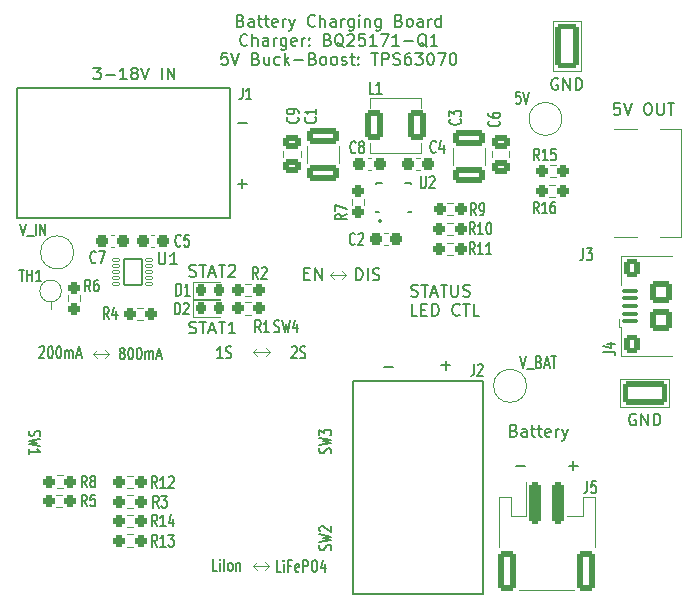
<source format=gto>
G04 #@! TF.GenerationSoftware,KiCad,Pcbnew,9.0.0*
G04 #@! TF.CreationDate,2025-04-25T18:31:33-04:00*
G04 #@! TF.ProjectId,bq25171_breakout,62713235-3137-4315-9f62-7265616b6f75,rev?*
G04 #@! TF.SameCoordinates,Original*
G04 #@! TF.FileFunction,Legend,Top*
G04 #@! TF.FilePolarity,Positive*
%FSLAX46Y46*%
G04 Gerber Fmt 4.6, Leading zero omitted, Abs format (unit mm)*
G04 Created by KiCad (PCBNEW 9.0.0) date 2025-04-25 18:31:33*
%MOMM*%
%LPD*%
G01*
G04 APERTURE LIST*
G04 Aperture macros list*
%AMRoundRect*
0 Rectangle with rounded corners*
0 $1 Rounding radius*
0 $2 $3 $4 $5 $6 $7 $8 $9 X,Y pos of 4 corners*
0 Add a 4 corners polygon primitive as box body*
4,1,4,$2,$3,$4,$5,$6,$7,$8,$9,$2,$3,0*
0 Add four circle primitives for the rounded corners*
1,1,$1+$1,$2,$3*
1,1,$1+$1,$4,$5*
1,1,$1+$1,$6,$7*
1,1,$1+$1,$8,$9*
0 Add four rect primitives between the rounded corners*
20,1,$1+$1,$2,$3,$4,$5,0*
20,1,$1+$1,$4,$5,$6,$7,0*
20,1,$1+$1,$6,$7,$8,$9,0*
20,1,$1+$1,$8,$9,$2,$3,0*%
G04 Aperture macros list end*
%ADD10C,0.100000*%
%ADD11C,0.152400*%
%ADD12C,0.120000*%
%ADD13C,0.127000*%
%ADD14C,0.200000*%
%ADD15C,0.010000*%
%ADD16RoundRect,0.250000X-1.100000X0.412500X-1.100000X-0.412500X1.100000X-0.412500X1.100000X0.412500X0*%
%ADD17RoundRect,0.218750X-0.218750X-0.256250X0.218750X-0.256250X0.218750X0.256250X-0.218750X0.256250X0*%
%ADD18RoundRect,0.237500X-0.300000X-0.237500X0.300000X-0.237500X0.300000X0.237500X-0.300000X0.237500X0*%
%ADD19RoundRect,0.250001X-0.499999X-0.999999X0.499999X-0.999999X0.499999X0.999999X-0.499999X0.999999X0*%
%ADD20RoundRect,0.237500X-0.250000X-0.237500X0.250000X-0.237500X0.250000X0.237500X-0.250000X0.237500X0*%
%ADD21RoundRect,0.037500X-0.262500X-0.087500X0.262500X-0.087500X0.262500X0.087500X-0.262500X0.087500X0*%
%ADD22RoundRect,0.041250X-0.258750X-0.096250X0.258750X-0.096250X0.258750X0.096250X-0.258750X0.096250X0*%
%ADD23R,0.250000X0.500000*%
%ADD24RoundRect,0.082500X-0.742500X-1.117500X0.742500X-1.117500X0.742500X1.117500X-0.742500X1.117500X0*%
%ADD25C,5.500000*%
%ADD26R,2.200000X2.000000*%
%ADD27RoundRect,0.237500X0.237500X-0.250000X0.237500X0.250000X-0.237500X0.250000X-0.237500X-0.250000X0*%
%ADD28R,1.000000X1.500000*%
%ADD29C,2.304000*%
%ADD30RoundRect,0.250000X-0.750000X1.650000X-0.750000X-1.650000X0.750000X-1.650000X0.750000X1.650000X0*%
%ADD31RoundRect,0.237500X0.300000X0.237500X-0.300000X0.237500X-0.300000X-0.237500X0.300000X-0.237500X0*%
%ADD32RoundRect,0.237500X0.250000X0.237500X-0.250000X0.237500X-0.250000X-0.237500X0.250000X-0.237500X0*%
%ADD33C,2.000000*%
%ADD34C,1.400000*%
%ADD35O,1.400000X1.400000*%
%ADD36RoundRect,0.250000X-0.475000X0.337500X-0.475000X-0.337500X0.475000X-0.337500X0.475000X0.337500X0*%
%ADD37C,0.650000*%
%ADD38R,1.095000X0.300000*%
%ADD39R,1.150000X0.300000*%
%ADD40O,2.100000X1.000000*%
%ADD41O,1.600000X1.000000*%
%ADD42RoundRect,0.100000X0.575000X-0.100000X0.575000X0.100000X-0.575000X0.100000X-0.575000X-0.100000X0*%
%ADD43O,1.600000X0.900000*%
%ADD44RoundRect,0.250000X0.450000X-0.550000X0.450000X0.550000X-0.450000X0.550000X-0.450000X-0.550000X0*%
%ADD45RoundRect,0.250000X0.700000X-0.700000X0.700000X0.700000X-0.700000X0.700000X-0.700000X-0.700000X0*%
%ADD46RoundRect,0.250000X-0.250000X-1.500000X0.250000X-1.500000X0.250000X1.500000X-0.250000X1.500000X0*%
%ADD47RoundRect,0.250001X-0.499999X-1.449999X0.499999X-1.449999X0.499999X1.449999X-0.499999X1.449999X0*%
%ADD48RoundRect,0.250000X-1.650000X-0.750000X1.650000X-0.750000X1.650000X0.750000X-1.650000X0.750000X0*%
G04 APERTURE END LIST*
D10*
X121830000Y-121900000D02*
X121130000Y-121900000D01*
X107580000Y-103950000D02*
X107930000Y-104300000D01*
X128030000Y-97600000D02*
X127680000Y-97250000D01*
X121530000Y-104150000D02*
X121180000Y-103800000D01*
X122230000Y-103450000D02*
X122580000Y-103800000D01*
X121830000Y-121900000D02*
X122530000Y-121900000D01*
X128380000Y-97250000D02*
X129080000Y-97250000D01*
X128380000Y-97250000D02*
X127680000Y-97250000D01*
X121130000Y-121900000D02*
X121480000Y-121550000D01*
X122180000Y-121550000D02*
X122530000Y-121900000D01*
X122580000Y-103800000D02*
X122230000Y-103450000D01*
X127680000Y-97250000D02*
X128030000Y-96900000D01*
X129080000Y-97250000D02*
X128730000Y-96900000D01*
X108280000Y-103950000D02*
X107580000Y-103950000D01*
X122530000Y-121900000D02*
X122180000Y-121550000D01*
X121880000Y-103800000D02*
X122580000Y-103800000D01*
X108980000Y-103950000D02*
X108630000Y-103600000D01*
X121880000Y-103800000D02*
X121180000Y-103800000D01*
X108980000Y-103950000D02*
X108630000Y-104300000D01*
X107580000Y-103950000D02*
X107930000Y-103600000D01*
X121480000Y-122250000D02*
X121130000Y-121900000D01*
X121180000Y-103800000D02*
X121530000Y-103450000D01*
X127680000Y-97250000D02*
X128030000Y-97600000D01*
X108630000Y-103600000D02*
X108980000Y-103950000D01*
X128730000Y-96900000D02*
X129080000Y-97250000D01*
X108280000Y-103950000D02*
X108980000Y-103950000D01*
X129080000Y-97250000D02*
X128730000Y-97600000D01*
X122580000Y-103800000D02*
X122230000Y-104150000D01*
X121180000Y-103800000D02*
X121530000Y-104150000D01*
X122530000Y-121900000D02*
X122180000Y-122250000D01*
X107930000Y-104300000D02*
X107580000Y-103950000D01*
X121130000Y-121900000D02*
X121480000Y-122250000D01*
D11*
X120120474Y-75720940D02*
X120263331Y-75768559D01*
X120263331Y-75768559D02*
X120310950Y-75816178D01*
X120310950Y-75816178D02*
X120358569Y-75911416D01*
X120358569Y-75911416D02*
X120358569Y-76054273D01*
X120358569Y-76054273D02*
X120310950Y-76149511D01*
X120310950Y-76149511D02*
X120263331Y-76197131D01*
X120263331Y-76197131D02*
X120168093Y-76244750D01*
X120168093Y-76244750D02*
X119787141Y-76244750D01*
X119787141Y-76244750D02*
X119787141Y-75244750D01*
X119787141Y-75244750D02*
X120120474Y-75244750D01*
X120120474Y-75244750D02*
X120215712Y-75292369D01*
X120215712Y-75292369D02*
X120263331Y-75339988D01*
X120263331Y-75339988D02*
X120310950Y-75435226D01*
X120310950Y-75435226D02*
X120310950Y-75530464D01*
X120310950Y-75530464D02*
X120263331Y-75625702D01*
X120263331Y-75625702D02*
X120215712Y-75673321D01*
X120215712Y-75673321D02*
X120120474Y-75720940D01*
X120120474Y-75720940D02*
X119787141Y-75720940D01*
X121215712Y-76244750D02*
X121215712Y-75720940D01*
X121215712Y-75720940D02*
X121168093Y-75625702D01*
X121168093Y-75625702D02*
X121072855Y-75578083D01*
X121072855Y-75578083D02*
X120882379Y-75578083D01*
X120882379Y-75578083D02*
X120787141Y-75625702D01*
X121215712Y-76197131D02*
X121120474Y-76244750D01*
X121120474Y-76244750D02*
X120882379Y-76244750D01*
X120882379Y-76244750D02*
X120787141Y-76197131D01*
X120787141Y-76197131D02*
X120739522Y-76101892D01*
X120739522Y-76101892D02*
X120739522Y-76006654D01*
X120739522Y-76006654D02*
X120787141Y-75911416D01*
X120787141Y-75911416D02*
X120882379Y-75863797D01*
X120882379Y-75863797D02*
X121120474Y-75863797D01*
X121120474Y-75863797D02*
X121215712Y-75816178D01*
X121549046Y-75578083D02*
X121929998Y-75578083D01*
X121691903Y-75244750D02*
X121691903Y-76101892D01*
X121691903Y-76101892D02*
X121739522Y-76197131D01*
X121739522Y-76197131D02*
X121834760Y-76244750D01*
X121834760Y-76244750D02*
X121929998Y-76244750D01*
X122120475Y-75578083D02*
X122501427Y-75578083D01*
X122263332Y-75244750D02*
X122263332Y-76101892D01*
X122263332Y-76101892D02*
X122310951Y-76197131D01*
X122310951Y-76197131D02*
X122406189Y-76244750D01*
X122406189Y-76244750D02*
X122501427Y-76244750D01*
X123215713Y-76197131D02*
X123120475Y-76244750D01*
X123120475Y-76244750D02*
X122929999Y-76244750D01*
X122929999Y-76244750D02*
X122834761Y-76197131D01*
X122834761Y-76197131D02*
X122787142Y-76101892D01*
X122787142Y-76101892D02*
X122787142Y-75720940D01*
X122787142Y-75720940D02*
X122834761Y-75625702D01*
X122834761Y-75625702D02*
X122929999Y-75578083D01*
X122929999Y-75578083D02*
X123120475Y-75578083D01*
X123120475Y-75578083D02*
X123215713Y-75625702D01*
X123215713Y-75625702D02*
X123263332Y-75720940D01*
X123263332Y-75720940D02*
X123263332Y-75816178D01*
X123263332Y-75816178D02*
X122787142Y-75911416D01*
X123691904Y-76244750D02*
X123691904Y-75578083D01*
X123691904Y-75768559D02*
X123739523Y-75673321D01*
X123739523Y-75673321D02*
X123787142Y-75625702D01*
X123787142Y-75625702D02*
X123882380Y-75578083D01*
X123882380Y-75578083D02*
X123977618Y-75578083D01*
X124215714Y-75578083D02*
X124453809Y-76244750D01*
X124691904Y-75578083D02*
X124453809Y-76244750D01*
X124453809Y-76244750D02*
X124358571Y-76482845D01*
X124358571Y-76482845D02*
X124310952Y-76530464D01*
X124310952Y-76530464D02*
X124215714Y-76578083D01*
X126406190Y-76149511D02*
X126358571Y-76197131D01*
X126358571Y-76197131D02*
X126215714Y-76244750D01*
X126215714Y-76244750D02*
X126120476Y-76244750D01*
X126120476Y-76244750D02*
X125977619Y-76197131D01*
X125977619Y-76197131D02*
X125882381Y-76101892D01*
X125882381Y-76101892D02*
X125834762Y-76006654D01*
X125834762Y-76006654D02*
X125787143Y-75816178D01*
X125787143Y-75816178D02*
X125787143Y-75673321D01*
X125787143Y-75673321D02*
X125834762Y-75482845D01*
X125834762Y-75482845D02*
X125882381Y-75387607D01*
X125882381Y-75387607D02*
X125977619Y-75292369D01*
X125977619Y-75292369D02*
X126120476Y-75244750D01*
X126120476Y-75244750D02*
X126215714Y-75244750D01*
X126215714Y-75244750D02*
X126358571Y-75292369D01*
X126358571Y-75292369D02*
X126406190Y-75339988D01*
X126834762Y-76244750D02*
X126834762Y-75244750D01*
X127263333Y-76244750D02*
X127263333Y-75720940D01*
X127263333Y-75720940D02*
X127215714Y-75625702D01*
X127215714Y-75625702D02*
X127120476Y-75578083D01*
X127120476Y-75578083D02*
X126977619Y-75578083D01*
X126977619Y-75578083D02*
X126882381Y-75625702D01*
X126882381Y-75625702D02*
X126834762Y-75673321D01*
X128168095Y-76244750D02*
X128168095Y-75720940D01*
X128168095Y-75720940D02*
X128120476Y-75625702D01*
X128120476Y-75625702D02*
X128025238Y-75578083D01*
X128025238Y-75578083D02*
X127834762Y-75578083D01*
X127834762Y-75578083D02*
X127739524Y-75625702D01*
X128168095Y-76197131D02*
X128072857Y-76244750D01*
X128072857Y-76244750D02*
X127834762Y-76244750D01*
X127834762Y-76244750D02*
X127739524Y-76197131D01*
X127739524Y-76197131D02*
X127691905Y-76101892D01*
X127691905Y-76101892D02*
X127691905Y-76006654D01*
X127691905Y-76006654D02*
X127739524Y-75911416D01*
X127739524Y-75911416D02*
X127834762Y-75863797D01*
X127834762Y-75863797D02*
X128072857Y-75863797D01*
X128072857Y-75863797D02*
X128168095Y-75816178D01*
X128644286Y-76244750D02*
X128644286Y-75578083D01*
X128644286Y-75768559D02*
X128691905Y-75673321D01*
X128691905Y-75673321D02*
X128739524Y-75625702D01*
X128739524Y-75625702D02*
X128834762Y-75578083D01*
X128834762Y-75578083D02*
X128930000Y-75578083D01*
X129691905Y-75578083D02*
X129691905Y-76387607D01*
X129691905Y-76387607D02*
X129644286Y-76482845D01*
X129644286Y-76482845D02*
X129596667Y-76530464D01*
X129596667Y-76530464D02*
X129501429Y-76578083D01*
X129501429Y-76578083D02*
X129358572Y-76578083D01*
X129358572Y-76578083D02*
X129263334Y-76530464D01*
X129691905Y-76197131D02*
X129596667Y-76244750D01*
X129596667Y-76244750D02*
X129406191Y-76244750D01*
X129406191Y-76244750D02*
X129310953Y-76197131D01*
X129310953Y-76197131D02*
X129263334Y-76149511D01*
X129263334Y-76149511D02*
X129215715Y-76054273D01*
X129215715Y-76054273D02*
X129215715Y-75768559D01*
X129215715Y-75768559D02*
X129263334Y-75673321D01*
X129263334Y-75673321D02*
X129310953Y-75625702D01*
X129310953Y-75625702D02*
X129406191Y-75578083D01*
X129406191Y-75578083D02*
X129596667Y-75578083D01*
X129596667Y-75578083D02*
X129691905Y-75625702D01*
X130168096Y-76244750D02*
X130168096Y-75578083D01*
X130168096Y-75244750D02*
X130120477Y-75292369D01*
X130120477Y-75292369D02*
X130168096Y-75339988D01*
X130168096Y-75339988D02*
X130215715Y-75292369D01*
X130215715Y-75292369D02*
X130168096Y-75244750D01*
X130168096Y-75244750D02*
X130168096Y-75339988D01*
X130644286Y-75578083D02*
X130644286Y-76244750D01*
X130644286Y-75673321D02*
X130691905Y-75625702D01*
X130691905Y-75625702D02*
X130787143Y-75578083D01*
X130787143Y-75578083D02*
X130930000Y-75578083D01*
X130930000Y-75578083D02*
X131025238Y-75625702D01*
X131025238Y-75625702D02*
X131072857Y-75720940D01*
X131072857Y-75720940D02*
X131072857Y-76244750D01*
X131977619Y-75578083D02*
X131977619Y-76387607D01*
X131977619Y-76387607D02*
X131930000Y-76482845D01*
X131930000Y-76482845D02*
X131882381Y-76530464D01*
X131882381Y-76530464D02*
X131787143Y-76578083D01*
X131787143Y-76578083D02*
X131644286Y-76578083D01*
X131644286Y-76578083D02*
X131549048Y-76530464D01*
X131977619Y-76197131D02*
X131882381Y-76244750D01*
X131882381Y-76244750D02*
X131691905Y-76244750D01*
X131691905Y-76244750D02*
X131596667Y-76197131D01*
X131596667Y-76197131D02*
X131549048Y-76149511D01*
X131549048Y-76149511D02*
X131501429Y-76054273D01*
X131501429Y-76054273D02*
X131501429Y-75768559D01*
X131501429Y-75768559D02*
X131549048Y-75673321D01*
X131549048Y-75673321D02*
X131596667Y-75625702D01*
X131596667Y-75625702D02*
X131691905Y-75578083D01*
X131691905Y-75578083D02*
X131882381Y-75578083D01*
X131882381Y-75578083D02*
X131977619Y-75625702D01*
X133549048Y-75720940D02*
X133691905Y-75768559D01*
X133691905Y-75768559D02*
X133739524Y-75816178D01*
X133739524Y-75816178D02*
X133787143Y-75911416D01*
X133787143Y-75911416D02*
X133787143Y-76054273D01*
X133787143Y-76054273D02*
X133739524Y-76149511D01*
X133739524Y-76149511D02*
X133691905Y-76197131D01*
X133691905Y-76197131D02*
X133596667Y-76244750D01*
X133596667Y-76244750D02*
X133215715Y-76244750D01*
X133215715Y-76244750D02*
X133215715Y-75244750D01*
X133215715Y-75244750D02*
X133549048Y-75244750D01*
X133549048Y-75244750D02*
X133644286Y-75292369D01*
X133644286Y-75292369D02*
X133691905Y-75339988D01*
X133691905Y-75339988D02*
X133739524Y-75435226D01*
X133739524Y-75435226D02*
X133739524Y-75530464D01*
X133739524Y-75530464D02*
X133691905Y-75625702D01*
X133691905Y-75625702D02*
X133644286Y-75673321D01*
X133644286Y-75673321D02*
X133549048Y-75720940D01*
X133549048Y-75720940D02*
X133215715Y-75720940D01*
X134358572Y-76244750D02*
X134263334Y-76197131D01*
X134263334Y-76197131D02*
X134215715Y-76149511D01*
X134215715Y-76149511D02*
X134168096Y-76054273D01*
X134168096Y-76054273D02*
X134168096Y-75768559D01*
X134168096Y-75768559D02*
X134215715Y-75673321D01*
X134215715Y-75673321D02*
X134263334Y-75625702D01*
X134263334Y-75625702D02*
X134358572Y-75578083D01*
X134358572Y-75578083D02*
X134501429Y-75578083D01*
X134501429Y-75578083D02*
X134596667Y-75625702D01*
X134596667Y-75625702D02*
X134644286Y-75673321D01*
X134644286Y-75673321D02*
X134691905Y-75768559D01*
X134691905Y-75768559D02*
X134691905Y-76054273D01*
X134691905Y-76054273D02*
X134644286Y-76149511D01*
X134644286Y-76149511D02*
X134596667Y-76197131D01*
X134596667Y-76197131D02*
X134501429Y-76244750D01*
X134501429Y-76244750D02*
X134358572Y-76244750D01*
X135549048Y-76244750D02*
X135549048Y-75720940D01*
X135549048Y-75720940D02*
X135501429Y-75625702D01*
X135501429Y-75625702D02*
X135406191Y-75578083D01*
X135406191Y-75578083D02*
X135215715Y-75578083D01*
X135215715Y-75578083D02*
X135120477Y-75625702D01*
X135549048Y-76197131D02*
X135453810Y-76244750D01*
X135453810Y-76244750D02*
X135215715Y-76244750D01*
X135215715Y-76244750D02*
X135120477Y-76197131D01*
X135120477Y-76197131D02*
X135072858Y-76101892D01*
X135072858Y-76101892D02*
X135072858Y-76006654D01*
X135072858Y-76006654D02*
X135120477Y-75911416D01*
X135120477Y-75911416D02*
X135215715Y-75863797D01*
X135215715Y-75863797D02*
X135453810Y-75863797D01*
X135453810Y-75863797D02*
X135549048Y-75816178D01*
X136025239Y-76244750D02*
X136025239Y-75578083D01*
X136025239Y-75768559D02*
X136072858Y-75673321D01*
X136072858Y-75673321D02*
X136120477Y-75625702D01*
X136120477Y-75625702D02*
X136215715Y-75578083D01*
X136215715Y-75578083D02*
X136310953Y-75578083D01*
X137072858Y-76244750D02*
X137072858Y-75244750D01*
X137072858Y-76197131D02*
X136977620Y-76244750D01*
X136977620Y-76244750D02*
X136787144Y-76244750D01*
X136787144Y-76244750D02*
X136691906Y-76197131D01*
X136691906Y-76197131D02*
X136644287Y-76149511D01*
X136644287Y-76149511D02*
X136596668Y-76054273D01*
X136596668Y-76054273D02*
X136596668Y-75768559D01*
X136596668Y-75768559D02*
X136644287Y-75673321D01*
X136644287Y-75673321D02*
X136691906Y-75625702D01*
X136691906Y-75625702D02*
X136787144Y-75578083D01*
X136787144Y-75578083D02*
X136977620Y-75578083D01*
X136977620Y-75578083D02*
X137072858Y-75625702D01*
X120691904Y-77759455D02*
X120644285Y-77807075D01*
X120644285Y-77807075D02*
X120501428Y-77854694D01*
X120501428Y-77854694D02*
X120406190Y-77854694D01*
X120406190Y-77854694D02*
X120263333Y-77807075D01*
X120263333Y-77807075D02*
X120168095Y-77711836D01*
X120168095Y-77711836D02*
X120120476Y-77616598D01*
X120120476Y-77616598D02*
X120072857Y-77426122D01*
X120072857Y-77426122D02*
X120072857Y-77283265D01*
X120072857Y-77283265D02*
X120120476Y-77092789D01*
X120120476Y-77092789D02*
X120168095Y-76997551D01*
X120168095Y-76997551D02*
X120263333Y-76902313D01*
X120263333Y-76902313D02*
X120406190Y-76854694D01*
X120406190Y-76854694D02*
X120501428Y-76854694D01*
X120501428Y-76854694D02*
X120644285Y-76902313D01*
X120644285Y-76902313D02*
X120691904Y-76949932D01*
X121120476Y-77854694D02*
X121120476Y-76854694D01*
X121549047Y-77854694D02*
X121549047Y-77330884D01*
X121549047Y-77330884D02*
X121501428Y-77235646D01*
X121501428Y-77235646D02*
X121406190Y-77188027D01*
X121406190Y-77188027D02*
X121263333Y-77188027D01*
X121263333Y-77188027D02*
X121168095Y-77235646D01*
X121168095Y-77235646D02*
X121120476Y-77283265D01*
X122453809Y-77854694D02*
X122453809Y-77330884D01*
X122453809Y-77330884D02*
X122406190Y-77235646D01*
X122406190Y-77235646D02*
X122310952Y-77188027D01*
X122310952Y-77188027D02*
X122120476Y-77188027D01*
X122120476Y-77188027D02*
X122025238Y-77235646D01*
X122453809Y-77807075D02*
X122358571Y-77854694D01*
X122358571Y-77854694D02*
X122120476Y-77854694D01*
X122120476Y-77854694D02*
X122025238Y-77807075D01*
X122025238Y-77807075D02*
X121977619Y-77711836D01*
X121977619Y-77711836D02*
X121977619Y-77616598D01*
X121977619Y-77616598D02*
X122025238Y-77521360D01*
X122025238Y-77521360D02*
X122120476Y-77473741D01*
X122120476Y-77473741D02*
X122358571Y-77473741D01*
X122358571Y-77473741D02*
X122453809Y-77426122D01*
X122930000Y-77854694D02*
X122930000Y-77188027D01*
X122930000Y-77378503D02*
X122977619Y-77283265D01*
X122977619Y-77283265D02*
X123025238Y-77235646D01*
X123025238Y-77235646D02*
X123120476Y-77188027D01*
X123120476Y-77188027D02*
X123215714Y-77188027D01*
X123977619Y-77188027D02*
X123977619Y-77997551D01*
X123977619Y-77997551D02*
X123930000Y-78092789D01*
X123930000Y-78092789D02*
X123882381Y-78140408D01*
X123882381Y-78140408D02*
X123787143Y-78188027D01*
X123787143Y-78188027D02*
X123644286Y-78188027D01*
X123644286Y-78188027D02*
X123549048Y-78140408D01*
X123977619Y-77807075D02*
X123882381Y-77854694D01*
X123882381Y-77854694D02*
X123691905Y-77854694D01*
X123691905Y-77854694D02*
X123596667Y-77807075D01*
X123596667Y-77807075D02*
X123549048Y-77759455D01*
X123549048Y-77759455D02*
X123501429Y-77664217D01*
X123501429Y-77664217D02*
X123501429Y-77378503D01*
X123501429Y-77378503D02*
X123549048Y-77283265D01*
X123549048Y-77283265D02*
X123596667Y-77235646D01*
X123596667Y-77235646D02*
X123691905Y-77188027D01*
X123691905Y-77188027D02*
X123882381Y-77188027D01*
X123882381Y-77188027D02*
X123977619Y-77235646D01*
X124834762Y-77807075D02*
X124739524Y-77854694D01*
X124739524Y-77854694D02*
X124549048Y-77854694D01*
X124549048Y-77854694D02*
X124453810Y-77807075D01*
X124453810Y-77807075D02*
X124406191Y-77711836D01*
X124406191Y-77711836D02*
X124406191Y-77330884D01*
X124406191Y-77330884D02*
X124453810Y-77235646D01*
X124453810Y-77235646D02*
X124549048Y-77188027D01*
X124549048Y-77188027D02*
X124739524Y-77188027D01*
X124739524Y-77188027D02*
X124834762Y-77235646D01*
X124834762Y-77235646D02*
X124882381Y-77330884D01*
X124882381Y-77330884D02*
X124882381Y-77426122D01*
X124882381Y-77426122D02*
X124406191Y-77521360D01*
X125310953Y-77854694D02*
X125310953Y-77188027D01*
X125310953Y-77378503D02*
X125358572Y-77283265D01*
X125358572Y-77283265D02*
X125406191Y-77235646D01*
X125406191Y-77235646D02*
X125501429Y-77188027D01*
X125501429Y-77188027D02*
X125596667Y-77188027D01*
X125930001Y-77759455D02*
X125977620Y-77807075D01*
X125977620Y-77807075D02*
X125930001Y-77854694D01*
X125930001Y-77854694D02*
X125882382Y-77807075D01*
X125882382Y-77807075D02*
X125930001Y-77759455D01*
X125930001Y-77759455D02*
X125930001Y-77854694D01*
X125930001Y-77235646D02*
X125977620Y-77283265D01*
X125977620Y-77283265D02*
X125930001Y-77330884D01*
X125930001Y-77330884D02*
X125882382Y-77283265D01*
X125882382Y-77283265D02*
X125930001Y-77235646D01*
X125930001Y-77235646D02*
X125930001Y-77330884D01*
X127501429Y-77330884D02*
X127644286Y-77378503D01*
X127644286Y-77378503D02*
X127691905Y-77426122D01*
X127691905Y-77426122D02*
X127739524Y-77521360D01*
X127739524Y-77521360D02*
X127739524Y-77664217D01*
X127739524Y-77664217D02*
X127691905Y-77759455D01*
X127691905Y-77759455D02*
X127644286Y-77807075D01*
X127644286Y-77807075D02*
X127549048Y-77854694D01*
X127549048Y-77854694D02*
X127168096Y-77854694D01*
X127168096Y-77854694D02*
X127168096Y-76854694D01*
X127168096Y-76854694D02*
X127501429Y-76854694D01*
X127501429Y-76854694D02*
X127596667Y-76902313D01*
X127596667Y-76902313D02*
X127644286Y-76949932D01*
X127644286Y-76949932D02*
X127691905Y-77045170D01*
X127691905Y-77045170D02*
X127691905Y-77140408D01*
X127691905Y-77140408D02*
X127644286Y-77235646D01*
X127644286Y-77235646D02*
X127596667Y-77283265D01*
X127596667Y-77283265D02*
X127501429Y-77330884D01*
X127501429Y-77330884D02*
X127168096Y-77330884D01*
X128834762Y-77949932D02*
X128739524Y-77902313D01*
X128739524Y-77902313D02*
X128644286Y-77807075D01*
X128644286Y-77807075D02*
X128501429Y-77664217D01*
X128501429Y-77664217D02*
X128406191Y-77616598D01*
X128406191Y-77616598D02*
X128310953Y-77616598D01*
X128358572Y-77854694D02*
X128263334Y-77807075D01*
X128263334Y-77807075D02*
X128168096Y-77711836D01*
X128168096Y-77711836D02*
X128120477Y-77521360D01*
X128120477Y-77521360D02*
X128120477Y-77188027D01*
X128120477Y-77188027D02*
X128168096Y-76997551D01*
X128168096Y-76997551D02*
X128263334Y-76902313D01*
X128263334Y-76902313D02*
X128358572Y-76854694D01*
X128358572Y-76854694D02*
X128549048Y-76854694D01*
X128549048Y-76854694D02*
X128644286Y-76902313D01*
X128644286Y-76902313D02*
X128739524Y-76997551D01*
X128739524Y-76997551D02*
X128787143Y-77188027D01*
X128787143Y-77188027D02*
X128787143Y-77521360D01*
X128787143Y-77521360D02*
X128739524Y-77711836D01*
X128739524Y-77711836D02*
X128644286Y-77807075D01*
X128644286Y-77807075D02*
X128549048Y-77854694D01*
X128549048Y-77854694D02*
X128358572Y-77854694D01*
X129168096Y-76949932D02*
X129215715Y-76902313D01*
X129215715Y-76902313D02*
X129310953Y-76854694D01*
X129310953Y-76854694D02*
X129549048Y-76854694D01*
X129549048Y-76854694D02*
X129644286Y-76902313D01*
X129644286Y-76902313D02*
X129691905Y-76949932D01*
X129691905Y-76949932D02*
X129739524Y-77045170D01*
X129739524Y-77045170D02*
X129739524Y-77140408D01*
X129739524Y-77140408D02*
X129691905Y-77283265D01*
X129691905Y-77283265D02*
X129120477Y-77854694D01*
X129120477Y-77854694D02*
X129739524Y-77854694D01*
X130644286Y-76854694D02*
X130168096Y-76854694D01*
X130168096Y-76854694D02*
X130120477Y-77330884D01*
X130120477Y-77330884D02*
X130168096Y-77283265D01*
X130168096Y-77283265D02*
X130263334Y-77235646D01*
X130263334Y-77235646D02*
X130501429Y-77235646D01*
X130501429Y-77235646D02*
X130596667Y-77283265D01*
X130596667Y-77283265D02*
X130644286Y-77330884D01*
X130644286Y-77330884D02*
X130691905Y-77426122D01*
X130691905Y-77426122D02*
X130691905Y-77664217D01*
X130691905Y-77664217D02*
X130644286Y-77759455D01*
X130644286Y-77759455D02*
X130596667Y-77807075D01*
X130596667Y-77807075D02*
X130501429Y-77854694D01*
X130501429Y-77854694D02*
X130263334Y-77854694D01*
X130263334Y-77854694D02*
X130168096Y-77807075D01*
X130168096Y-77807075D02*
X130120477Y-77759455D01*
X131644286Y-77854694D02*
X131072858Y-77854694D01*
X131358572Y-77854694D02*
X131358572Y-76854694D01*
X131358572Y-76854694D02*
X131263334Y-76997551D01*
X131263334Y-76997551D02*
X131168096Y-77092789D01*
X131168096Y-77092789D02*
X131072858Y-77140408D01*
X131977620Y-76854694D02*
X132644286Y-76854694D01*
X132644286Y-76854694D02*
X132215715Y-77854694D01*
X133549048Y-77854694D02*
X132977620Y-77854694D01*
X133263334Y-77854694D02*
X133263334Y-76854694D01*
X133263334Y-76854694D02*
X133168096Y-76997551D01*
X133168096Y-76997551D02*
X133072858Y-77092789D01*
X133072858Y-77092789D02*
X132977620Y-77140408D01*
X133977620Y-77473741D02*
X134739525Y-77473741D01*
X135882381Y-77949932D02*
X135787143Y-77902313D01*
X135787143Y-77902313D02*
X135691905Y-77807075D01*
X135691905Y-77807075D02*
X135549048Y-77664217D01*
X135549048Y-77664217D02*
X135453810Y-77616598D01*
X135453810Y-77616598D02*
X135358572Y-77616598D01*
X135406191Y-77854694D02*
X135310953Y-77807075D01*
X135310953Y-77807075D02*
X135215715Y-77711836D01*
X135215715Y-77711836D02*
X135168096Y-77521360D01*
X135168096Y-77521360D02*
X135168096Y-77188027D01*
X135168096Y-77188027D02*
X135215715Y-76997551D01*
X135215715Y-76997551D02*
X135310953Y-76902313D01*
X135310953Y-76902313D02*
X135406191Y-76854694D01*
X135406191Y-76854694D02*
X135596667Y-76854694D01*
X135596667Y-76854694D02*
X135691905Y-76902313D01*
X135691905Y-76902313D02*
X135787143Y-76997551D01*
X135787143Y-76997551D02*
X135834762Y-77188027D01*
X135834762Y-77188027D02*
X135834762Y-77521360D01*
X135834762Y-77521360D02*
X135787143Y-77711836D01*
X135787143Y-77711836D02*
X135691905Y-77807075D01*
X135691905Y-77807075D02*
X135596667Y-77854694D01*
X135596667Y-77854694D02*
X135406191Y-77854694D01*
X136787143Y-77854694D02*
X136215715Y-77854694D01*
X136501429Y-77854694D02*
X136501429Y-76854694D01*
X136501429Y-76854694D02*
X136406191Y-76997551D01*
X136406191Y-76997551D02*
X136310953Y-77092789D01*
X136310953Y-77092789D02*
X136215715Y-77140408D01*
X119001427Y-78464638D02*
X118525237Y-78464638D01*
X118525237Y-78464638D02*
X118477618Y-78940828D01*
X118477618Y-78940828D02*
X118525237Y-78893209D01*
X118525237Y-78893209D02*
X118620475Y-78845590D01*
X118620475Y-78845590D02*
X118858570Y-78845590D01*
X118858570Y-78845590D02*
X118953808Y-78893209D01*
X118953808Y-78893209D02*
X119001427Y-78940828D01*
X119001427Y-78940828D02*
X119049046Y-79036066D01*
X119049046Y-79036066D02*
X119049046Y-79274161D01*
X119049046Y-79274161D02*
X119001427Y-79369399D01*
X119001427Y-79369399D02*
X118953808Y-79417019D01*
X118953808Y-79417019D02*
X118858570Y-79464638D01*
X118858570Y-79464638D02*
X118620475Y-79464638D01*
X118620475Y-79464638D02*
X118525237Y-79417019D01*
X118525237Y-79417019D02*
X118477618Y-79369399D01*
X119334761Y-78464638D02*
X119668094Y-79464638D01*
X119668094Y-79464638D02*
X120001427Y-78464638D01*
X121429999Y-78940828D02*
X121572856Y-78988447D01*
X121572856Y-78988447D02*
X121620475Y-79036066D01*
X121620475Y-79036066D02*
X121668094Y-79131304D01*
X121668094Y-79131304D02*
X121668094Y-79274161D01*
X121668094Y-79274161D02*
X121620475Y-79369399D01*
X121620475Y-79369399D02*
X121572856Y-79417019D01*
X121572856Y-79417019D02*
X121477618Y-79464638D01*
X121477618Y-79464638D02*
X121096666Y-79464638D01*
X121096666Y-79464638D02*
X121096666Y-78464638D01*
X121096666Y-78464638D02*
X121429999Y-78464638D01*
X121429999Y-78464638D02*
X121525237Y-78512257D01*
X121525237Y-78512257D02*
X121572856Y-78559876D01*
X121572856Y-78559876D02*
X121620475Y-78655114D01*
X121620475Y-78655114D02*
X121620475Y-78750352D01*
X121620475Y-78750352D02*
X121572856Y-78845590D01*
X121572856Y-78845590D02*
X121525237Y-78893209D01*
X121525237Y-78893209D02*
X121429999Y-78940828D01*
X121429999Y-78940828D02*
X121096666Y-78940828D01*
X122525237Y-78797971D02*
X122525237Y-79464638D01*
X122096666Y-78797971D02*
X122096666Y-79321780D01*
X122096666Y-79321780D02*
X122144285Y-79417019D01*
X122144285Y-79417019D02*
X122239523Y-79464638D01*
X122239523Y-79464638D02*
X122382380Y-79464638D01*
X122382380Y-79464638D02*
X122477618Y-79417019D01*
X122477618Y-79417019D02*
X122525237Y-79369399D01*
X123429999Y-79417019D02*
X123334761Y-79464638D01*
X123334761Y-79464638D02*
X123144285Y-79464638D01*
X123144285Y-79464638D02*
X123049047Y-79417019D01*
X123049047Y-79417019D02*
X123001428Y-79369399D01*
X123001428Y-79369399D02*
X122953809Y-79274161D01*
X122953809Y-79274161D02*
X122953809Y-78988447D01*
X122953809Y-78988447D02*
X123001428Y-78893209D01*
X123001428Y-78893209D02*
X123049047Y-78845590D01*
X123049047Y-78845590D02*
X123144285Y-78797971D01*
X123144285Y-78797971D02*
X123334761Y-78797971D01*
X123334761Y-78797971D02*
X123429999Y-78845590D01*
X123858571Y-79464638D02*
X123858571Y-78464638D01*
X123953809Y-79083685D02*
X124239523Y-79464638D01*
X124239523Y-78797971D02*
X123858571Y-79178923D01*
X124668095Y-79083685D02*
X125430000Y-79083685D01*
X126239523Y-78940828D02*
X126382380Y-78988447D01*
X126382380Y-78988447D02*
X126429999Y-79036066D01*
X126429999Y-79036066D02*
X126477618Y-79131304D01*
X126477618Y-79131304D02*
X126477618Y-79274161D01*
X126477618Y-79274161D02*
X126429999Y-79369399D01*
X126429999Y-79369399D02*
X126382380Y-79417019D01*
X126382380Y-79417019D02*
X126287142Y-79464638D01*
X126287142Y-79464638D02*
X125906190Y-79464638D01*
X125906190Y-79464638D02*
X125906190Y-78464638D01*
X125906190Y-78464638D02*
X126239523Y-78464638D01*
X126239523Y-78464638D02*
X126334761Y-78512257D01*
X126334761Y-78512257D02*
X126382380Y-78559876D01*
X126382380Y-78559876D02*
X126429999Y-78655114D01*
X126429999Y-78655114D02*
X126429999Y-78750352D01*
X126429999Y-78750352D02*
X126382380Y-78845590D01*
X126382380Y-78845590D02*
X126334761Y-78893209D01*
X126334761Y-78893209D02*
X126239523Y-78940828D01*
X126239523Y-78940828D02*
X125906190Y-78940828D01*
X127049047Y-79464638D02*
X126953809Y-79417019D01*
X126953809Y-79417019D02*
X126906190Y-79369399D01*
X126906190Y-79369399D02*
X126858571Y-79274161D01*
X126858571Y-79274161D02*
X126858571Y-78988447D01*
X126858571Y-78988447D02*
X126906190Y-78893209D01*
X126906190Y-78893209D02*
X126953809Y-78845590D01*
X126953809Y-78845590D02*
X127049047Y-78797971D01*
X127049047Y-78797971D02*
X127191904Y-78797971D01*
X127191904Y-78797971D02*
X127287142Y-78845590D01*
X127287142Y-78845590D02*
X127334761Y-78893209D01*
X127334761Y-78893209D02*
X127382380Y-78988447D01*
X127382380Y-78988447D02*
X127382380Y-79274161D01*
X127382380Y-79274161D02*
X127334761Y-79369399D01*
X127334761Y-79369399D02*
X127287142Y-79417019D01*
X127287142Y-79417019D02*
X127191904Y-79464638D01*
X127191904Y-79464638D02*
X127049047Y-79464638D01*
X127953809Y-79464638D02*
X127858571Y-79417019D01*
X127858571Y-79417019D02*
X127810952Y-79369399D01*
X127810952Y-79369399D02*
X127763333Y-79274161D01*
X127763333Y-79274161D02*
X127763333Y-78988447D01*
X127763333Y-78988447D02*
X127810952Y-78893209D01*
X127810952Y-78893209D02*
X127858571Y-78845590D01*
X127858571Y-78845590D02*
X127953809Y-78797971D01*
X127953809Y-78797971D02*
X128096666Y-78797971D01*
X128096666Y-78797971D02*
X128191904Y-78845590D01*
X128191904Y-78845590D02*
X128239523Y-78893209D01*
X128239523Y-78893209D02*
X128287142Y-78988447D01*
X128287142Y-78988447D02*
X128287142Y-79274161D01*
X128287142Y-79274161D02*
X128239523Y-79369399D01*
X128239523Y-79369399D02*
X128191904Y-79417019D01*
X128191904Y-79417019D02*
X128096666Y-79464638D01*
X128096666Y-79464638D02*
X127953809Y-79464638D01*
X128668095Y-79417019D02*
X128763333Y-79464638D01*
X128763333Y-79464638D02*
X128953809Y-79464638D01*
X128953809Y-79464638D02*
X129049047Y-79417019D01*
X129049047Y-79417019D02*
X129096666Y-79321780D01*
X129096666Y-79321780D02*
X129096666Y-79274161D01*
X129096666Y-79274161D02*
X129049047Y-79178923D01*
X129049047Y-79178923D02*
X128953809Y-79131304D01*
X128953809Y-79131304D02*
X128810952Y-79131304D01*
X128810952Y-79131304D02*
X128715714Y-79083685D01*
X128715714Y-79083685D02*
X128668095Y-78988447D01*
X128668095Y-78988447D02*
X128668095Y-78940828D01*
X128668095Y-78940828D02*
X128715714Y-78845590D01*
X128715714Y-78845590D02*
X128810952Y-78797971D01*
X128810952Y-78797971D02*
X128953809Y-78797971D01*
X128953809Y-78797971D02*
X129049047Y-78845590D01*
X129382381Y-78797971D02*
X129763333Y-78797971D01*
X129525238Y-78464638D02*
X129525238Y-79321780D01*
X129525238Y-79321780D02*
X129572857Y-79417019D01*
X129572857Y-79417019D02*
X129668095Y-79464638D01*
X129668095Y-79464638D02*
X129763333Y-79464638D01*
X130096667Y-79369399D02*
X130144286Y-79417019D01*
X130144286Y-79417019D02*
X130096667Y-79464638D01*
X130096667Y-79464638D02*
X130049048Y-79417019D01*
X130049048Y-79417019D02*
X130096667Y-79369399D01*
X130096667Y-79369399D02*
X130096667Y-79464638D01*
X130096667Y-78845590D02*
X130144286Y-78893209D01*
X130144286Y-78893209D02*
X130096667Y-78940828D01*
X130096667Y-78940828D02*
X130049048Y-78893209D01*
X130049048Y-78893209D02*
X130096667Y-78845590D01*
X130096667Y-78845590D02*
X130096667Y-78940828D01*
X131191905Y-78464638D02*
X131763333Y-78464638D01*
X131477619Y-79464638D02*
X131477619Y-78464638D01*
X132096667Y-79464638D02*
X132096667Y-78464638D01*
X132096667Y-78464638D02*
X132477619Y-78464638D01*
X132477619Y-78464638D02*
X132572857Y-78512257D01*
X132572857Y-78512257D02*
X132620476Y-78559876D01*
X132620476Y-78559876D02*
X132668095Y-78655114D01*
X132668095Y-78655114D02*
X132668095Y-78797971D01*
X132668095Y-78797971D02*
X132620476Y-78893209D01*
X132620476Y-78893209D02*
X132572857Y-78940828D01*
X132572857Y-78940828D02*
X132477619Y-78988447D01*
X132477619Y-78988447D02*
X132096667Y-78988447D01*
X133049048Y-79417019D02*
X133191905Y-79464638D01*
X133191905Y-79464638D02*
X133430000Y-79464638D01*
X133430000Y-79464638D02*
X133525238Y-79417019D01*
X133525238Y-79417019D02*
X133572857Y-79369399D01*
X133572857Y-79369399D02*
X133620476Y-79274161D01*
X133620476Y-79274161D02*
X133620476Y-79178923D01*
X133620476Y-79178923D02*
X133572857Y-79083685D01*
X133572857Y-79083685D02*
X133525238Y-79036066D01*
X133525238Y-79036066D02*
X133430000Y-78988447D01*
X133430000Y-78988447D02*
X133239524Y-78940828D01*
X133239524Y-78940828D02*
X133144286Y-78893209D01*
X133144286Y-78893209D02*
X133096667Y-78845590D01*
X133096667Y-78845590D02*
X133049048Y-78750352D01*
X133049048Y-78750352D02*
X133049048Y-78655114D01*
X133049048Y-78655114D02*
X133096667Y-78559876D01*
X133096667Y-78559876D02*
X133144286Y-78512257D01*
X133144286Y-78512257D02*
X133239524Y-78464638D01*
X133239524Y-78464638D02*
X133477619Y-78464638D01*
X133477619Y-78464638D02*
X133620476Y-78512257D01*
X134477619Y-78464638D02*
X134287143Y-78464638D01*
X134287143Y-78464638D02*
X134191905Y-78512257D01*
X134191905Y-78512257D02*
X134144286Y-78559876D01*
X134144286Y-78559876D02*
X134049048Y-78702733D01*
X134049048Y-78702733D02*
X134001429Y-78893209D01*
X134001429Y-78893209D02*
X134001429Y-79274161D01*
X134001429Y-79274161D02*
X134049048Y-79369399D01*
X134049048Y-79369399D02*
X134096667Y-79417019D01*
X134096667Y-79417019D02*
X134191905Y-79464638D01*
X134191905Y-79464638D02*
X134382381Y-79464638D01*
X134382381Y-79464638D02*
X134477619Y-79417019D01*
X134477619Y-79417019D02*
X134525238Y-79369399D01*
X134525238Y-79369399D02*
X134572857Y-79274161D01*
X134572857Y-79274161D02*
X134572857Y-79036066D01*
X134572857Y-79036066D02*
X134525238Y-78940828D01*
X134525238Y-78940828D02*
X134477619Y-78893209D01*
X134477619Y-78893209D02*
X134382381Y-78845590D01*
X134382381Y-78845590D02*
X134191905Y-78845590D01*
X134191905Y-78845590D02*
X134096667Y-78893209D01*
X134096667Y-78893209D02*
X134049048Y-78940828D01*
X134049048Y-78940828D02*
X134001429Y-79036066D01*
X134906191Y-78464638D02*
X135525238Y-78464638D01*
X135525238Y-78464638D02*
X135191905Y-78845590D01*
X135191905Y-78845590D02*
X135334762Y-78845590D01*
X135334762Y-78845590D02*
X135430000Y-78893209D01*
X135430000Y-78893209D02*
X135477619Y-78940828D01*
X135477619Y-78940828D02*
X135525238Y-79036066D01*
X135525238Y-79036066D02*
X135525238Y-79274161D01*
X135525238Y-79274161D02*
X135477619Y-79369399D01*
X135477619Y-79369399D02*
X135430000Y-79417019D01*
X135430000Y-79417019D02*
X135334762Y-79464638D01*
X135334762Y-79464638D02*
X135049048Y-79464638D01*
X135049048Y-79464638D02*
X134953810Y-79417019D01*
X134953810Y-79417019D02*
X134906191Y-79369399D01*
X136144286Y-78464638D02*
X136239524Y-78464638D01*
X136239524Y-78464638D02*
X136334762Y-78512257D01*
X136334762Y-78512257D02*
X136382381Y-78559876D01*
X136382381Y-78559876D02*
X136430000Y-78655114D01*
X136430000Y-78655114D02*
X136477619Y-78845590D01*
X136477619Y-78845590D02*
X136477619Y-79083685D01*
X136477619Y-79083685D02*
X136430000Y-79274161D01*
X136430000Y-79274161D02*
X136382381Y-79369399D01*
X136382381Y-79369399D02*
X136334762Y-79417019D01*
X136334762Y-79417019D02*
X136239524Y-79464638D01*
X136239524Y-79464638D02*
X136144286Y-79464638D01*
X136144286Y-79464638D02*
X136049048Y-79417019D01*
X136049048Y-79417019D02*
X136001429Y-79369399D01*
X136001429Y-79369399D02*
X135953810Y-79274161D01*
X135953810Y-79274161D02*
X135906191Y-79083685D01*
X135906191Y-79083685D02*
X135906191Y-78845590D01*
X135906191Y-78845590D02*
X135953810Y-78655114D01*
X135953810Y-78655114D02*
X136001429Y-78559876D01*
X136001429Y-78559876D02*
X136049048Y-78512257D01*
X136049048Y-78512257D02*
X136144286Y-78464638D01*
X136810953Y-78464638D02*
X137477619Y-78464638D01*
X137477619Y-78464638D02*
X137049048Y-79464638D01*
X138049048Y-78464638D02*
X138144286Y-78464638D01*
X138144286Y-78464638D02*
X138239524Y-78512257D01*
X138239524Y-78512257D02*
X138287143Y-78559876D01*
X138287143Y-78559876D02*
X138334762Y-78655114D01*
X138334762Y-78655114D02*
X138382381Y-78845590D01*
X138382381Y-78845590D02*
X138382381Y-79083685D01*
X138382381Y-79083685D02*
X138334762Y-79274161D01*
X138334762Y-79274161D02*
X138287143Y-79369399D01*
X138287143Y-79369399D02*
X138239524Y-79417019D01*
X138239524Y-79417019D02*
X138144286Y-79464638D01*
X138144286Y-79464638D02*
X138049048Y-79464638D01*
X138049048Y-79464638D02*
X137953810Y-79417019D01*
X137953810Y-79417019D02*
X137906191Y-79369399D01*
X137906191Y-79369399D02*
X137858572Y-79274161D01*
X137858572Y-79274161D02*
X137810953Y-79083685D01*
X137810953Y-79083685D02*
X137810953Y-78845590D01*
X137810953Y-78845590D02*
X137858572Y-78655114D01*
X137858572Y-78655114D02*
X137906191Y-78559876D01*
X137906191Y-78559876D02*
X137953810Y-78512257D01*
X137953810Y-78512257D02*
X138049048Y-78464638D01*
X143787143Y-81754694D02*
X143430000Y-81754694D01*
X143430000Y-81754694D02*
X143394286Y-82230884D01*
X143394286Y-82230884D02*
X143430000Y-82183265D01*
X143430000Y-82183265D02*
X143501429Y-82135646D01*
X143501429Y-82135646D02*
X143680000Y-82135646D01*
X143680000Y-82135646D02*
X143751429Y-82183265D01*
X143751429Y-82183265D02*
X143787143Y-82230884D01*
X143787143Y-82230884D02*
X143822857Y-82326122D01*
X143822857Y-82326122D02*
X143822857Y-82564217D01*
X143822857Y-82564217D02*
X143787143Y-82659455D01*
X143787143Y-82659455D02*
X143751429Y-82707075D01*
X143751429Y-82707075D02*
X143680000Y-82754694D01*
X143680000Y-82754694D02*
X143501429Y-82754694D01*
X143501429Y-82754694D02*
X143430000Y-82707075D01*
X143430000Y-82707075D02*
X143394286Y-82659455D01*
X144037143Y-81754694D02*
X144287143Y-82754694D01*
X144287143Y-82754694D02*
X144537143Y-81754694D01*
X147918358Y-113423741D02*
X148680263Y-113423741D01*
X148299310Y-113804694D02*
X148299310Y-113042789D01*
X134570739Y-99052103D02*
X134713596Y-99099722D01*
X134713596Y-99099722D02*
X134951691Y-99099722D01*
X134951691Y-99099722D02*
X135046929Y-99052103D01*
X135046929Y-99052103D02*
X135094548Y-99004483D01*
X135094548Y-99004483D02*
X135142167Y-98909245D01*
X135142167Y-98909245D02*
X135142167Y-98814007D01*
X135142167Y-98814007D02*
X135094548Y-98718769D01*
X135094548Y-98718769D02*
X135046929Y-98671150D01*
X135046929Y-98671150D02*
X134951691Y-98623531D01*
X134951691Y-98623531D02*
X134761215Y-98575912D01*
X134761215Y-98575912D02*
X134665977Y-98528293D01*
X134665977Y-98528293D02*
X134618358Y-98480674D01*
X134618358Y-98480674D02*
X134570739Y-98385436D01*
X134570739Y-98385436D02*
X134570739Y-98290198D01*
X134570739Y-98290198D02*
X134618358Y-98194960D01*
X134618358Y-98194960D02*
X134665977Y-98147341D01*
X134665977Y-98147341D02*
X134761215Y-98099722D01*
X134761215Y-98099722D02*
X134999310Y-98099722D01*
X134999310Y-98099722D02*
X135142167Y-98147341D01*
X135427882Y-98099722D02*
X135999310Y-98099722D01*
X135713596Y-99099722D02*
X135713596Y-98099722D01*
X136285025Y-98814007D02*
X136761215Y-98814007D01*
X136189787Y-99099722D02*
X136523120Y-98099722D01*
X136523120Y-98099722D02*
X136856453Y-99099722D01*
X137046930Y-98099722D02*
X137618358Y-98099722D01*
X137332644Y-99099722D02*
X137332644Y-98099722D01*
X137951692Y-98099722D02*
X137951692Y-98909245D01*
X137951692Y-98909245D02*
X137999311Y-99004483D01*
X137999311Y-99004483D02*
X138046930Y-99052103D01*
X138046930Y-99052103D02*
X138142168Y-99099722D01*
X138142168Y-99099722D02*
X138332644Y-99099722D01*
X138332644Y-99099722D02*
X138427882Y-99052103D01*
X138427882Y-99052103D02*
X138475501Y-99004483D01*
X138475501Y-99004483D02*
X138523120Y-98909245D01*
X138523120Y-98909245D02*
X138523120Y-98099722D01*
X138951692Y-99052103D02*
X139094549Y-99099722D01*
X139094549Y-99099722D02*
X139332644Y-99099722D01*
X139332644Y-99099722D02*
X139427882Y-99052103D01*
X139427882Y-99052103D02*
X139475501Y-99004483D01*
X139475501Y-99004483D02*
X139523120Y-98909245D01*
X139523120Y-98909245D02*
X139523120Y-98814007D01*
X139523120Y-98814007D02*
X139475501Y-98718769D01*
X139475501Y-98718769D02*
X139427882Y-98671150D01*
X139427882Y-98671150D02*
X139332644Y-98623531D01*
X139332644Y-98623531D02*
X139142168Y-98575912D01*
X139142168Y-98575912D02*
X139046930Y-98528293D01*
X139046930Y-98528293D02*
X138999311Y-98480674D01*
X138999311Y-98480674D02*
X138951692Y-98385436D01*
X138951692Y-98385436D02*
X138951692Y-98290198D01*
X138951692Y-98290198D02*
X138999311Y-98194960D01*
X138999311Y-98194960D02*
X139046930Y-98147341D01*
X139046930Y-98147341D02*
X139142168Y-98099722D01*
X139142168Y-98099722D02*
X139380263Y-98099722D01*
X139380263Y-98099722D02*
X139523120Y-98147341D01*
X135094548Y-100709666D02*
X134618358Y-100709666D01*
X134618358Y-100709666D02*
X134618358Y-99709666D01*
X135427882Y-100185856D02*
X135761215Y-100185856D01*
X135904072Y-100709666D02*
X135427882Y-100709666D01*
X135427882Y-100709666D02*
X135427882Y-99709666D01*
X135427882Y-99709666D02*
X135904072Y-99709666D01*
X136332644Y-100709666D02*
X136332644Y-99709666D01*
X136332644Y-99709666D02*
X136570739Y-99709666D01*
X136570739Y-99709666D02*
X136713596Y-99757285D01*
X136713596Y-99757285D02*
X136808834Y-99852523D01*
X136808834Y-99852523D02*
X136856453Y-99947761D01*
X136856453Y-99947761D02*
X136904072Y-100138237D01*
X136904072Y-100138237D02*
X136904072Y-100281094D01*
X136904072Y-100281094D02*
X136856453Y-100471570D01*
X136856453Y-100471570D02*
X136808834Y-100566808D01*
X136808834Y-100566808D02*
X136713596Y-100662047D01*
X136713596Y-100662047D02*
X136570739Y-100709666D01*
X136570739Y-100709666D02*
X136332644Y-100709666D01*
X138665977Y-100614427D02*
X138618358Y-100662047D01*
X138618358Y-100662047D02*
X138475501Y-100709666D01*
X138475501Y-100709666D02*
X138380263Y-100709666D01*
X138380263Y-100709666D02*
X138237406Y-100662047D01*
X138237406Y-100662047D02*
X138142168Y-100566808D01*
X138142168Y-100566808D02*
X138094549Y-100471570D01*
X138094549Y-100471570D02*
X138046930Y-100281094D01*
X138046930Y-100281094D02*
X138046930Y-100138237D01*
X138046930Y-100138237D02*
X138094549Y-99947761D01*
X138094549Y-99947761D02*
X138142168Y-99852523D01*
X138142168Y-99852523D02*
X138237406Y-99757285D01*
X138237406Y-99757285D02*
X138380263Y-99709666D01*
X138380263Y-99709666D02*
X138475501Y-99709666D01*
X138475501Y-99709666D02*
X138618358Y-99757285D01*
X138618358Y-99757285D02*
X138665977Y-99804904D01*
X138951692Y-99709666D02*
X139523120Y-99709666D01*
X139237406Y-100709666D02*
X139237406Y-99709666D01*
X140332644Y-100709666D02*
X139856454Y-100709666D01*
X139856454Y-100709666D02*
X139856454Y-99709666D01*
X118587142Y-104304694D02*
X118158571Y-104304694D01*
X118372856Y-104304694D02*
X118372856Y-103304694D01*
X118372856Y-103304694D02*
X118301428Y-103447551D01*
X118301428Y-103447551D02*
X118229999Y-103542789D01*
X118229999Y-103542789D02*
X118158571Y-103590408D01*
X118872857Y-104257075D02*
X118980000Y-104304694D01*
X118980000Y-104304694D02*
X119158571Y-104304694D01*
X119158571Y-104304694D02*
X119230000Y-104257075D01*
X119230000Y-104257075D02*
X119265714Y-104209455D01*
X119265714Y-104209455D02*
X119301428Y-104114217D01*
X119301428Y-104114217D02*
X119301428Y-104018979D01*
X119301428Y-104018979D02*
X119265714Y-103923741D01*
X119265714Y-103923741D02*
X119230000Y-103876122D01*
X119230000Y-103876122D02*
X119158571Y-103828503D01*
X119158571Y-103828503D02*
X119015714Y-103780884D01*
X119015714Y-103780884D02*
X118944285Y-103733265D01*
X118944285Y-103733265D02*
X118908571Y-103685646D01*
X118908571Y-103685646D02*
X118872857Y-103590408D01*
X118872857Y-103590408D02*
X118872857Y-103495170D01*
X118872857Y-103495170D02*
X118908571Y-103399932D01*
X118908571Y-103399932D02*
X118944285Y-103352313D01*
X118944285Y-103352313D02*
X119015714Y-103304694D01*
X119015714Y-103304694D02*
X119194285Y-103304694D01*
X119194285Y-103304694D02*
X119301428Y-103352313D01*
X115777619Y-102157075D02*
X115920476Y-102204694D01*
X115920476Y-102204694D02*
X116158571Y-102204694D01*
X116158571Y-102204694D02*
X116253809Y-102157075D01*
X116253809Y-102157075D02*
X116301428Y-102109455D01*
X116301428Y-102109455D02*
X116349047Y-102014217D01*
X116349047Y-102014217D02*
X116349047Y-101918979D01*
X116349047Y-101918979D02*
X116301428Y-101823741D01*
X116301428Y-101823741D02*
X116253809Y-101776122D01*
X116253809Y-101776122D02*
X116158571Y-101728503D01*
X116158571Y-101728503D02*
X115968095Y-101680884D01*
X115968095Y-101680884D02*
X115872857Y-101633265D01*
X115872857Y-101633265D02*
X115825238Y-101585646D01*
X115825238Y-101585646D02*
X115777619Y-101490408D01*
X115777619Y-101490408D02*
X115777619Y-101395170D01*
X115777619Y-101395170D02*
X115825238Y-101299932D01*
X115825238Y-101299932D02*
X115872857Y-101252313D01*
X115872857Y-101252313D02*
X115968095Y-101204694D01*
X115968095Y-101204694D02*
X116206190Y-101204694D01*
X116206190Y-101204694D02*
X116349047Y-101252313D01*
X116634762Y-101204694D02*
X117206190Y-101204694D01*
X116920476Y-102204694D02*
X116920476Y-101204694D01*
X117491905Y-101918979D02*
X117968095Y-101918979D01*
X117396667Y-102204694D02*
X117730000Y-101204694D01*
X117730000Y-101204694D02*
X118063333Y-102204694D01*
X118253810Y-101204694D02*
X118825238Y-101204694D01*
X118539524Y-102204694D02*
X118539524Y-101204694D01*
X119682381Y-102204694D02*
X119110953Y-102204694D01*
X119396667Y-102204694D02*
X119396667Y-101204694D01*
X119396667Y-101204694D02*
X119301429Y-101347551D01*
X119301429Y-101347551D02*
X119206191Y-101442789D01*
X119206191Y-101442789D02*
X119110953Y-101490408D01*
X125518358Y-97130884D02*
X125851691Y-97130884D01*
X125994548Y-97654694D02*
X125518358Y-97654694D01*
X125518358Y-97654694D02*
X125518358Y-96654694D01*
X125518358Y-96654694D02*
X125994548Y-96654694D01*
X126423120Y-97654694D02*
X126423120Y-96654694D01*
X126423120Y-96654694D02*
X126994548Y-97654694D01*
X126994548Y-97654694D02*
X126994548Y-96654694D01*
X123515714Y-122404694D02*
X123158571Y-122404694D01*
X123158571Y-122404694D02*
X123158571Y-121404694D01*
X123765714Y-122404694D02*
X123765714Y-121738027D01*
X123765714Y-121404694D02*
X123730000Y-121452313D01*
X123730000Y-121452313D02*
X123765714Y-121499932D01*
X123765714Y-121499932D02*
X123801428Y-121452313D01*
X123801428Y-121452313D02*
X123765714Y-121404694D01*
X123765714Y-121404694D02*
X123765714Y-121499932D01*
X124372857Y-121880884D02*
X124122857Y-121880884D01*
X124122857Y-122404694D02*
X124122857Y-121404694D01*
X124122857Y-121404694D02*
X124480000Y-121404694D01*
X125051428Y-122357075D02*
X124980000Y-122404694D01*
X124980000Y-122404694D02*
X124837143Y-122404694D01*
X124837143Y-122404694D02*
X124765714Y-122357075D01*
X124765714Y-122357075D02*
X124730000Y-122261836D01*
X124730000Y-122261836D02*
X124730000Y-121880884D01*
X124730000Y-121880884D02*
X124765714Y-121785646D01*
X124765714Y-121785646D02*
X124837143Y-121738027D01*
X124837143Y-121738027D02*
X124980000Y-121738027D01*
X124980000Y-121738027D02*
X125051428Y-121785646D01*
X125051428Y-121785646D02*
X125087143Y-121880884D01*
X125087143Y-121880884D02*
X125087143Y-121976122D01*
X125087143Y-121976122D02*
X124730000Y-122071360D01*
X125408571Y-122404694D02*
X125408571Y-121404694D01*
X125408571Y-121404694D02*
X125694285Y-121404694D01*
X125694285Y-121404694D02*
X125765714Y-121452313D01*
X125765714Y-121452313D02*
X125801428Y-121499932D01*
X125801428Y-121499932D02*
X125837142Y-121595170D01*
X125837142Y-121595170D02*
X125837142Y-121738027D01*
X125837142Y-121738027D02*
X125801428Y-121833265D01*
X125801428Y-121833265D02*
X125765714Y-121880884D01*
X125765714Y-121880884D02*
X125694285Y-121928503D01*
X125694285Y-121928503D02*
X125408571Y-121928503D01*
X126301428Y-121404694D02*
X126444285Y-121404694D01*
X126444285Y-121404694D02*
X126515714Y-121452313D01*
X126515714Y-121452313D02*
X126587142Y-121547551D01*
X126587142Y-121547551D02*
X126622857Y-121738027D01*
X126622857Y-121738027D02*
X126622857Y-122071360D01*
X126622857Y-122071360D02*
X126587142Y-122261836D01*
X126587142Y-122261836D02*
X126515714Y-122357075D01*
X126515714Y-122357075D02*
X126444285Y-122404694D01*
X126444285Y-122404694D02*
X126301428Y-122404694D01*
X126301428Y-122404694D02*
X126230000Y-122357075D01*
X126230000Y-122357075D02*
X126158571Y-122261836D01*
X126158571Y-122261836D02*
X126122857Y-122071360D01*
X126122857Y-122071360D02*
X126122857Y-121738027D01*
X126122857Y-121738027D02*
X126158571Y-121547551D01*
X126158571Y-121547551D02*
X126230000Y-121452313D01*
X126230000Y-121452313D02*
X126301428Y-121404694D01*
X127265714Y-121738027D02*
X127265714Y-122404694D01*
X127087142Y-121357075D02*
X126908571Y-122071360D01*
X126908571Y-122071360D02*
X127372856Y-122071360D01*
X152229999Y-82704694D02*
X151753809Y-82704694D01*
X151753809Y-82704694D02*
X151706190Y-83180884D01*
X151706190Y-83180884D02*
X151753809Y-83133265D01*
X151753809Y-83133265D02*
X151849047Y-83085646D01*
X151849047Y-83085646D02*
X152087142Y-83085646D01*
X152087142Y-83085646D02*
X152182380Y-83133265D01*
X152182380Y-83133265D02*
X152229999Y-83180884D01*
X152229999Y-83180884D02*
X152277618Y-83276122D01*
X152277618Y-83276122D02*
X152277618Y-83514217D01*
X152277618Y-83514217D02*
X152229999Y-83609455D01*
X152229999Y-83609455D02*
X152182380Y-83657075D01*
X152182380Y-83657075D02*
X152087142Y-83704694D01*
X152087142Y-83704694D02*
X151849047Y-83704694D01*
X151849047Y-83704694D02*
X151753809Y-83657075D01*
X151753809Y-83657075D02*
X151706190Y-83609455D01*
X152563333Y-82704694D02*
X152896666Y-83704694D01*
X152896666Y-83704694D02*
X153229999Y-82704694D01*
X154515714Y-82704694D02*
X154706190Y-82704694D01*
X154706190Y-82704694D02*
X154801428Y-82752313D01*
X154801428Y-82752313D02*
X154896666Y-82847551D01*
X154896666Y-82847551D02*
X154944285Y-83038027D01*
X154944285Y-83038027D02*
X154944285Y-83371360D01*
X154944285Y-83371360D02*
X154896666Y-83561836D01*
X154896666Y-83561836D02*
X154801428Y-83657075D01*
X154801428Y-83657075D02*
X154706190Y-83704694D01*
X154706190Y-83704694D02*
X154515714Y-83704694D01*
X154515714Y-83704694D02*
X154420476Y-83657075D01*
X154420476Y-83657075D02*
X154325238Y-83561836D01*
X154325238Y-83561836D02*
X154277619Y-83371360D01*
X154277619Y-83371360D02*
X154277619Y-83038027D01*
X154277619Y-83038027D02*
X154325238Y-82847551D01*
X154325238Y-82847551D02*
X154420476Y-82752313D01*
X154420476Y-82752313D02*
X154515714Y-82704694D01*
X155372857Y-82704694D02*
X155372857Y-83514217D01*
X155372857Y-83514217D02*
X155420476Y-83609455D01*
X155420476Y-83609455D02*
X155468095Y-83657075D01*
X155468095Y-83657075D02*
X155563333Y-83704694D01*
X155563333Y-83704694D02*
X155753809Y-83704694D01*
X155753809Y-83704694D02*
X155849047Y-83657075D01*
X155849047Y-83657075D02*
X155896666Y-83609455D01*
X155896666Y-83609455D02*
X155944285Y-83514217D01*
X155944285Y-83514217D02*
X155944285Y-82704694D01*
X156277619Y-82704694D02*
X156849047Y-82704694D01*
X156563333Y-83704694D02*
X156563333Y-82704694D01*
X103080000Y-103399932D02*
X103115714Y-103352313D01*
X103115714Y-103352313D02*
X103187143Y-103304694D01*
X103187143Y-103304694D02*
X103365714Y-103304694D01*
X103365714Y-103304694D02*
X103437143Y-103352313D01*
X103437143Y-103352313D02*
X103472857Y-103399932D01*
X103472857Y-103399932D02*
X103508571Y-103495170D01*
X103508571Y-103495170D02*
X103508571Y-103590408D01*
X103508571Y-103590408D02*
X103472857Y-103733265D01*
X103472857Y-103733265D02*
X103044285Y-104304694D01*
X103044285Y-104304694D02*
X103508571Y-104304694D01*
X103972857Y-103304694D02*
X104044286Y-103304694D01*
X104044286Y-103304694D02*
X104115714Y-103352313D01*
X104115714Y-103352313D02*
X104151429Y-103399932D01*
X104151429Y-103399932D02*
X104187143Y-103495170D01*
X104187143Y-103495170D02*
X104222857Y-103685646D01*
X104222857Y-103685646D02*
X104222857Y-103923741D01*
X104222857Y-103923741D02*
X104187143Y-104114217D01*
X104187143Y-104114217D02*
X104151429Y-104209455D01*
X104151429Y-104209455D02*
X104115714Y-104257075D01*
X104115714Y-104257075D02*
X104044286Y-104304694D01*
X104044286Y-104304694D02*
X103972857Y-104304694D01*
X103972857Y-104304694D02*
X103901429Y-104257075D01*
X103901429Y-104257075D02*
X103865714Y-104209455D01*
X103865714Y-104209455D02*
X103830000Y-104114217D01*
X103830000Y-104114217D02*
X103794286Y-103923741D01*
X103794286Y-103923741D02*
X103794286Y-103685646D01*
X103794286Y-103685646D02*
X103830000Y-103495170D01*
X103830000Y-103495170D02*
X103865714Y-103399932D01*
X103865714Y-103399932D02*
X103901429Y-103352313D01*
X103901429Y-103352313D02*
X103972857Y-103304694D01*
X104687143Y-103304694D02*
X104758572Y-103304694D01*
X104758572Y-103304694D02*
X104830000Y-103352313D01*
X104830000Y-103352313D02*
X104865715Y-103399932D01*
X104865715Y-103399932D02*
X104901429Y-103495170D01*
X104901429Y-103495170D02*
X104937143Y-103685646D01*
X104937143Y-103685646D02*
X104937143Y-103923741D01*
X104937143Y-103923741D02*
X104901429Y-104114217D01*
X104901429Y-104114217D02*
X104865715Y-104209455D01*
X104865715Y-104209455D02*
X104830000Y-104257075D01*
X104830000Y-104257075D02*
X104758572Y-104304694D01*
X104758572Y-104304694D02*
X104687143Y-104304694D01*
X104687143Y-104304694D02*
X104615715Y-104257075D01*
X104615715Y-104257075D02*
X104580000Y-104209455D01*
X104580000Y-104209455D02*
X104544286Y-104114217D01*
X104544286Y-104114217D02*
X104508572Y-103923741D01*
X104508572Y-103923741D02*
X104508572Y-103685646D01*
X104508572Y-103685646D02*
X104544286Y-103495170D01*
X104544286Y-103495170D02*
X104580000Y-103399932D01*
X104580000Y-103399932D02*
X104615715Y-103352313D01*
X104615715Y-103352313D02*
X104687143Y-103304694D01*
X105258572Y-104304694D02*
X105258572Y-103638027D01*
X105258572Y-103733265D02*
X105294286Y-103685646D01*
X105294286Y-103685646D02*
X105365715Y-103638027D01*
X105365715Y-103638027D02*
X105472858Y-103638027D01*
X105472858Y-103638027D02*
X105544286Y-103685646D01*
X105544286Y-103685646D02*
X105580001Y-103780884D01*
X105580001Y-103780884D02*
X105580001Y-104304694D01*
X105580001Y-103780884D02*
X105615715Y-103685646D01*
X105615715Y-103685646D02*
X105687143Y-103638027D01*
X105687143Y-103638027D02*
X105794286Y-103638027D01*
X105794286Y-103638027D02*
X105865715Y-103685646D01*
X105865715Y-103685646D02*
X105901429Y-103780884D01*
X105901429Y-103780884D02*
X105901429Y-104304694D01*
X106222858Y-104018979D02*
X106580001Y-104018979D01*
X106151429Y-104304694D02*
X106401429Y-103304694D01*
X106401429Y-103304694D02*
X106651429Y-104304694D01*
X101472857Y-92904694D02*
X101722857Y-93904694D01*
X101722857Y-93904694D02*
X101972857Y-92904694D01*
X102044286Y-93999932D02*
X102615714Y-93999932D01*
X102794286Y-93904694D02*
X102794286Y-92904694D01*
X103151429Y-93904694D02*
X103151429Y-92904694D01*
X103151429Y-92904694D02*
X103580000Y-93904694D01*
X103580000Y-93904694D02*
X103580000Y-92904694D01*
X137118358Y-104923741D02*
X137880263Y-104923741D01*
X137499310Y-105304694D02*
X137499310Y-104542789D01*
X129868358Y-97704694D02*
X129868358Y-96704694D01*
X129868358Y-96704694D02*
X130106453Y-96704694D01*
X130106453Y-96704694D02*
X130249310Y-96752313D01*
X130249310Y-96752313D02*
X130344548Y-96847551D01*
X130344548Y-96847551D02*
X130392167Y-96942789D01*
X130392167Y-96942789D02*
X130439786Y-97133265D01*
X130439786Y-97133265D02*
X130439786Y-97276122D01*
X130439786Y-97276122D02*
X130392167Y-97466598D01*
X130392167Y-97466598D02*
X130344548Y-97561836D01*
X130344548Y-97561836D02*
X130249310Y-97657075D01*
X130249310Y-97657075D02*
X130106453Y-97704694D01*
X130106453Y-97704694D02*
X129868358Y-97704694D01*
X130868358Y-97704694D02*
X130868358Y-96704694D01*
X131296929Y-97657075D02*
X131439786Y-97704694D01*
X131439786Y-97704694D02*
X131677881Y-97704694D01*
X131677881Y-97704694D02*
X131773119Y-97657075D01*
X131773119Y-97657075D02*
X131820738Y-97609455D01*
X131820738Y-97609455D02*
X131868357Y-97514217D01*
X131868357Y-97514217D02*
X131868357Y-97418979D01*
X131868357Y-97418979D02*
X131820738Y-97323741D01*
X131820738Y-97323741D02*
X131773119Y-97276122D01*
X131773119Y-97276122D02*
X131677881Y-97228503D01*
X131677881Y-97228503D02*
X131487405Y-97180884D01*
X131487405Y-97180884D02*
X131392167Y-97133265D01*
X131392167Y-97133265D02*
X131344548Y-97085646D01*
X131344548Y-97085646D02*
X131296929Y-96990408D01*
X131296929Y-96990408D02*
X131296929Y-96895170D01*
X131296929Y-96895170D02*
X131344548Y-96799932D01*
X131344548Y-96799932D02*
X131392167Y-96752313D01*
X131392167Y-96752313D02*
X131487405Y-96704694D01*
X131487405Y-96704694D02*
X131725500Y-96704694D01*
X131725500Y-96704694D02*
X131868357Y-96752313D01*
X153568095Y-109052313D02*
X153472857Y-109004694D01*
X153472857Y-109004694D02*
X153330000Y-109004694D01*
X153330000Y-109004694D02*
X153187143Y-109052313D01*
X153187143Y-109052313D02*
X153091905Y-109147551D01*
X153091905Y-109147551D02*
X153044286Y-109242789D01*
X153044286Y-109242789D02*
X152996667Y-109433265D01*
X152996667Y-109433265D02*
X152996667Y-109576122D01*
X152996667Y-109576122D02*
X153044286Y-109766598D01*
X153044286Y-109766598D02*
X153091905Y-109861836D01*
X153091905Y-109861836D02*
X153187143Y-109957075D01*
X153187143Y-109957075D02*
X153330000Y-110004694D01*
X153330000Y-110004694D02*
X153425238Y-110004694D01*
X153425238Y-110004694D02*
X153568095Y-109957075D01*
X153568095Y-109957075D02*
X153615714Y-109909455D01*
X153615714Y-109909455D02*
X153615714Y-109576122D01*
X153615714Y-109576122D02*
X153425238Y-109576122D01*
X154044286Y-110004694D02*
X154044286Y-109004694D01*
X154044286Y-109004694D02*
X154615714Y-110004694D01*
X154615714Y-110004694D02*
X154615714Y-109004694D01*
X155091905Y-110004694D02*
X155091905Y-109004694D01*
X155091905Y-109004694D02*
X155330000Y-109004694D01*
X155330000Y-109004694D02*
X155472857Y-109052313D01*
X155472857Y-109052313D02*
X155568095Y-109147551D01*
X155568095Y-109147551D02*
X155615714Y-109242789D01*
X155615714Y-109242789D02*
X155663333Y-109433265D01*
X155663333Y-109433265D02*
X155663333Y-109576122D01*
X155663333Y-109576122D02*
X155615714Y-109766598D01*
X155615714Y-109766598D02*
X155568095Y-109861836D01*
X155568095Y-109861836D02*
X155472857Y-109957075D01*
X155472857Y-109957075D02*
X155330000Y-110004694D01*
X155330000Y-110004694D02*
X155091905Y-110004694D01*
X132218358Y-105023741D02*
X132980263Y-105023741D01*
X115777619Y-97357075D02*
X115920476Y-97404694D01*
X115920476Y-97404694D02*
X116158571Y-97404694D01*
X116158571Y-97404694D02*
X116253809Y-97357075D01*
X116253809Y-97357075D02*
X116301428Y-97309455D01*
X116301428Y-97309455D02*
X116349047Y-97214217D01*
X116349047Y-97214217D02*
X116349047Y-97118979D01*
X116349047Y-97118979D02*
X116301428Y-97023741D01*
X116301428Y-97023741D02*
X116253809Y-96976122D01*
X116253809Y-96976122D02*
X116158571Y-96928503D01*
X116158571Y-96928503D02*
X115968095Y-96880884D01*
X115968095Y-96880884D02*
X115872857Y-96833265D01*
X115872857Y-96833265D02*
X115825238Y-96785646D01*
X115825238Y-96785646D02*
X115777619Y-96690408D01*
X115777619Y-96690408D02*
X115777619Y-96595170D01*
X115777619Y-96595170D02*
X115825238Y-96499932D01*
X115825238Y-96499932D02*
X115872857Y-96452313D01*
X115872857Y-96452313D02*
X115968095Y-96404694D01*
X115968095Y-96404694D02*
X116206190Y-96404694D01*
X116206190Y-96404694D02*
X116349047Y-96452313D01*
X116634762Y-96404694D02*
X117206190Y-96404694D01*
X116920476Y-97404694D02*
X116920476Y-96404694D01*
X117491905Y-97118979D02*
X117968095Y-97118979D01*
X117396667Y-97404694D02*
X117730000Y-96404694D01*
X117730000Y-96404694D02*
X118063333Y-97404694D01*
X118253810Y-96404694D02*
X118825238Y-96404694D01*
X118539524Y-97404694D02*
X118539524Y-96404694D01*
X119110953Y-96499932D02*
X119158572Y-96452313D01*
X119158572Y-96452313D02*
X119253810Y-96404694D01*
X119253810Y-96404694D02*
X119491905Y-96404694D01*
X119491905Y-96404694D02*
X119587143Y-96452313D01*
X119587143Y-96452313D02*
X119634762Y-96499932D01*
X119634762Y-96499932D02*
X119682381Y-96595170D01*
X119682381Y-96595170D02*
X119682381Y-96690408D01*
X119682381Y-96690408D02*
X119634762Y-96833265D01*
X119634762Y-96833265D02*
X119063334Y-97404694D01*
X119063334Y-97404694D02*
X119682381Y-97404694D01*
X107653810Y-79704694D02*
X108272857Y-79704694D01*
X108272857Y-79704694D02*
X107939524Y-80085646D01*
X107939524Y-80085646D02*
X108082381Y-80085646D01*
X108082381Y-80085646D02*
X108177619Y-80133265D01*
X108177619Y-80133265D02*
X108225238Y-80180884D01*
X108225238Y-80180884D02*
X108272857Y-80276122D01*
X108272857Y-80276122D02*
X108272857Y-80514217D01*
X108272857Y-80514217D02*
X108225238Y-80609455D01*
X108225238Y-80609455D02*
X108177619Y-80657075D01*
X108177619Y-80657075D02*
X108082381Y-80704694D01*
X108082381Y-80704694D02*
X107796667Y-80704694D01*
X107796667Y-80704694D02*
X107701429Y-80657075D01*
X107701429Y-80657075D02*
X107653810Y-80609455D01*
X108701429Y-80323741D02*
X109463334Y-80323741D01*
X110463333Y-80704694D02*
X109891905Y-80704694D01*
X110177619Y-80704694D02*
X110177619Y-79704694D01*
X110177619Y-79704694D02*
X110082381Y-79847551D01*
X110082381Y-79847551D02*
X109987143Y-79942789D01*
X109987143Y-79942789D02*
X109891905Y-79990408D01*
X111034762Y-80133265D02*
X110939524Y-80085646D01*
X110939524Y-80085646D02*
X110891905Y-80038027D01*
X110891905Y-80038027D02*
X110844286Y-79942789D01*
X110844286Y-79942789D02*
X110844286Y-79895170D01*
X110844286Y-79895170D02*
X110891905Y-79799932D01*
X110891905Y-79799932D02*
X110939524Y-79752313D01*
X110939524Y-79752313D02*
X111034762Y-79704694D01*
X111034762Y-79704694D02*
X111225238Y-79704694D01*
X111225238Y-79704694D02*
X111320476Y-79752313D01*
X111320476Y-79752313D02*
X111368095Y-79799932D01*
X111368095Y-79799932D02*
X111415714Y-79895170D01*
X111415714Y-79895170D02*
X111415714Y-79942789D01*
X111415714Y-79942789D02*
X111368095Y-80038027D01*
X111368095Y-80038027D02*
X111320476Y-80085646D01*
X111320476Y-80085646D02*
X111225238Y-80133265D01*
X111225238Y-80133265D02*
X111034762Y-80133265D01*
X111034762Y-80133265D02*
X110939524Y-80180884D01*
X110939524Y-80180884D02*
X110891905Y-80228503D01*
X110891905Y-80228503D02*
X110844286Y-80323741D01*
X110844286Y-80323741D02*
X110844286Y-80514217D01*
X110844286Y-80514217D02*
X110891905Y-80609455D01*
X110891905Y-80609455D02*
X110939524Y-80657075D01*
X110939524Y-80657075D02*
X111034762Y-80704694D01*
X111034762Y-80704694D02*
X111225238Y-80704694D01*
X111225238Y-80704694D02*
X111320476Y-80657075D01*
X111320476Y-80657075D02*
X111368095Y-80609455D01*
X111368095Y-80609455D02*
X111415714Y-80514217D01*
X111415714Y-80514217D02*
X111415714Y-80323741D01*
X111415714Y-80323741D02*
X111368095Y-80228503D01*
X111368095Y-80228503D02*
X111320476Y-80180884D01*
X111320476Y-80180884D02*
X111225238Y-80133265D01*
X111701429Y-79704694D02*
X112034762Y-80704694D01*
X112034762Y-80704694D02*
X112368095Y-79704694D01*
X113463334Y-80704694D02*
X113463334Y-79704694D01*
X113939524Y-80704694D02*
X113939524Y-79704694D01*
X113939524Y-79704694D02*
X114510952Y-80704694D01*
X114510952Y-80704694D02*
X114510952Y-79704694D01*
X143418358Y-113423741D02*
X144180263Y-113423741D01*
X143812142Y-104154694D02*
X144062142Y-105154694D01*
X144062142Y-105154694D02*
X144312142Y-104154694D01*
X144383571Y-105249932D02*
X144954999Y-105249932D01*
X145383571Y-104630884D02*
X145490714Y-104678503D01*
X145490714Y-104678503D02*
X145526428Y-104726122D01*
X145526428Y-104726122D02*
X145562142Y-104821360D01*
X145562142Y-104821360D02*
X145562142Y-104964217D01*
X145562142Y-104964217D02*
X145526428Y-105059455D01*
X145526428Y-105059455D02*
X145490714Y-105107075D01*
X145490714Y-105107075D02*
X145419285Y-105154694D01*
X145419285Y-105154694D02*
X145133571Y-105154694D01*
X145133571Y-105154694D02*
X145133571Y-104154694D01*
X145133571Y-104154694D02*
X145383571Y-104154694D01*
X145383571Y-104154694D02*
X145455000Y-104202313D01*
X145455000Y-104202313D02*
X145490714Y-104249932D01*
X145490714Y-104249932D02*
X145526428Y-104345170D01*
X145526428Y-104345170D02*
X145526428Y-104440408D01*
X145526428Y-104440408D02*
X145490714Y-104535646D01*
X145490714Y-104535646D02*
X145455000Y-104583265D01*
X145455000Y-104583265D02*
X145383571Y-104630884D01*
X145383571Y-104630884D02*
X145133571Y-104630884D01*
X145847857Y-104868979D02*
X146205000Y-104868979D01*
X145776428Y-105154694D02*
X146026428Y-104154694D01*
X146026428Y-104154694D02*
X146276428Y-105154694D01*
X146419285Y-104154694D02*
X146847857Y-104154694D01*
X146633571Y-105154694D02*
X146633571Y-104154694D01*
X119868358Y-89523741D02*
X120630263Y-89523741D01*
X120249310Y-89904694D02*
X120249310Y-89142789D01*
X124458571Y-103399932D02*
X124494285Y-103352313D01*
X124494285Y-103352313D02*
X124565714Y-103304694D01*
X124565714Y-103304694D02*
X124744285Y-103304694D01*
X124744285Y-103304694D02*
X124815714Y-103352313D01*
X124815714Y-103352313D02*
X124851428Y-103399932D01*
X124851428Y-103399932D02*
X124887142Y-103495170D01*
X124887142Y-103495170D02*
X124887142Y-103590408D01*
X124887142Y-103590408D02*
X124851428Y-103733265D01*
X124851428Y-103733265D02*
X124422856Y-104304694D01*
X124422856Y-104304694D02*
X124887142Y-104304694D01*
X125172857Y-104257075D02*
X125280000Y-104304694D01*
X125280000Y-104304694D02*
X125458571Y-104304694D01*
X125458571Y-104304694D02*
X125530000Y-104257075D01*
X125530000Y-104257075D02*
X125565714Y-104209455D01*
X125565714Y-104209455D02*
X125601428Y-104114217D01*
X125601428Y-104114217D02*
X125601428Y-104018979D01*
X125601428Y-104018979D02*
X125565714Y-103923741D01*
X125565714Y-103923741D02*
X125530000Y-103876122D01*
X125530000Y-103876122D02*
X125458571Y-103828503D01*
X125458571Y-103828503D02*
X125315714Y-103780884D01*
X125315714Y-103780884D02*
X125244285Y-103733265D01*
X125244285Y-103733265D02*
X125208571Y-103685646D01*
X125208571Y-103685646D02*
X125172857Y-103590408D01*
X125172857Y-103590408D02*
X125172857Y-103495170D01*
X125172857Y-103495170D02*
X125208571Y-103399932D01*
X125208571Y-103399932D02*
X125244285Y-103352313D01*
X125244285Y-103352313D02*
X125315714Y-103304694D01*
X125315714Y-103304694D02*
X125494285Y-103304694D01*
X125494285Y-103304694D02*
X125601428Y-103352313D01*
X118126429Y-122304694D02*
X117769286Y-122304694D01*
X117769286Y-122304694D02*
X117769286Y-121304694D01*
X118376429Y-122304694D02*
X118376429Y-121638027D01*
X118376429Y-121304694D02*
X118340715Y-121352313D01*
X118340715Y-121352313D02*
X118376429Y-121399932D01*
X118376429Y-121399932D02*
X118412143Y-121352313D01*
X118412143Y-121352313D02*
X118376429Y-121304694D01*
X118376429Y-121304694D02*
X118376429Y-121399932D01*
X118733572Y-122304694D02*
X118733572Y-121304694D01*
X119197858Y-122304694D02*
X119126429Y-122257075D01*
X119126429Y-122257075D02*
X119090715Y-122209455D01*
X119090715Y-122209455D02*
X119055001Y-122114217D01*
X119055001Y-122114217D02*
X119055001Y-121828503D01*
X119055001Y-121828503D02*
X119090715Y-121733265D01*
X119090715Y-121733265D02*
X119126429Y-121685646D01*
X119126429Y-121685646D02*
X119197858Y-121638027D01*
X119197858Y-121638027D02*
X119305001Y-121638027D01*
X119305001Y-121638027D02*
X119376429Y-121685646D01*
X119376429Y-121685646D02*
X119412144Y-121733265D01*
X119412144Y-121733265D02*
X119447858Y-121828503D01*
X119447858Y-121828503D02*
X119447858Y-122114217D01*
X119447858Y-122114217D02*
X119412144Y-122209455D01*
X119412144Y-122209455D02*
X119376429Y-122257075D01*
X119376429Y-122257075D02*
X119305001Y-122304694D01*
X119305001Y-122304694D02*
X119197858Y-122304694D01*
X119769286Y-121638027D02*
X119769286Y-122304694D01*
X119769286Y-121733265D02*
X119805000Y-121685646D01*
X119805000Y-121685646D02*
X119876429Y-121638027D01*
X119876429Y-121638027D02*
X119983572Y-121638027D01*
X119983572Y-121638027D02*
X120055000Y-121685646D01*
X120055000Y-121685646D02*
X120090715Y-121780884D01*
X120090715Y-121780884D02*
X120090715Y-122304694D01*
X146968095Y-80652313D02*
X146872857Y-80604694D01*
X146872857Y-80604694D02*
X146730000Y-80604694D01*
X146730000Y-80604694D02*
X146587143Y-80652313D01*
X146587143Y-80652313D02*
X146491905Y-80747551D01*
X146491905Y-80747551D02*
X146444286Y-80842789D01*
X146444286Y-80842789D02*
X146396667Y-81033265D01*
X146396667Y-81033265D02*
X146396667Y-81176122D01*
X146396667Y-81176122D02*
X146444286Y-81366598D01*
X146444286Y-81366598D02*
X146491905Y-81461836D01*
X146491905Y-81461836D02*
X146587143Y-81557075D01*
X146587143Y-81557075D02*
X146730000Y-81604694D01*
X146730000Y-81604694D02*
X146825238Y-81604694D01*
X146825238Y-81604694D02*
X146968095Y-81557075D01*
X146968095Y-81557075D02*
X147015714Y-81509455D01*
X147015714Y-81509455D02*
X147015714Y-81176122D01*
X147015714Y-81176122D02*
X146825238Y-81176122D01*
X147444286Y-81604694D02*
X147444286Y-80604694D01*
X147444286Y-80604694D02*
X148015714Y-81604694D01*
X148015714Y-81604694D02*
X148015714Y-80604694D01*
X148491905Y-81604694D02*
X148491905Y-80604694D01*
X148491905Y-80604694D02*
X148730000Y-80604694D01*
X148730000Y-80604694D02*
X148872857Y-80652313D01*
X148872857Y-80652313D02*
X148968095Y-80747551D01*
X148968095Y-80747551D02*
X149015714Y-80842789D01*
X149015714Y-80842789D02*
X149063333Y-81033265D01*
X149063333Y-81033265D02*
X149063333Y-81176122D01*
X149063333Y-81176122D02*
X149015714Y-81366598D01*
X149015714Y-81366598D02*
X148968095Y-81461836D01*
X148968095Y-81461836D02*
X148872857Y-81557075D01*
X148872857Y-81557075D02*
X148730000Y-81604694D01*
X148730000Y-81604694D02*
X148491905Y-81604694D01*
X119868358Y-84423741D02*
X120630263Y-84423741D01*
X110022857Y-103833265D02*
X109951428Y-103785646D01*
X109951428Y-103785646D02*
X109915714Y-103738027D01*
X109915714Y-103738027D02*
X109880000Y-103642789D01*
X109880000Y-103642789D02*
X109880000Y-103595170D01*
X109880000Y-103595170D02*
X109915714Y-103499932D01*
X109915714Y-103499932D02*
X109951428Y-103452313D01*
X109951428Y-103452313D02*
X110022857Y-103404694D01*
X110022857Y-103404694D02*
X110165714Y-103404694D01*
X110165714Y-103404694D02*
X110237143Y-103452313D01*
X110237143Y-103452313D02*
X110272857Y-103499932D01*
X110272857Y-103499932D02*
X110308571Y-103595170D01*
X110308571Y-103595170D02*
X110308571Y-103642789D01*
X110308571Y-103642789D02*
X110272857Y-103738027D01*
X110272857Y-103738027D02*
X110237143Y-103785646D01*
X110237143Y-103785646D02*
X110165714Y-103833265D01*
X110165714Y-103833265D02*
X110022857Y-103833265D01*
X110022857Y-103833265D02*
X109951428Y-103880884D01*
X109951428Y-103880884D02*
X109915714Y-103928503D01*
X109915714Y-103928503D02*
X109880000Y-104023741D01*
X109880000Y-104023741D02*
X109880000Y-104214217D01*
X109880000Y-104214217D02*
X109915714Y-104309455D01*
X109915714Y-104309455D02*
X109951428Y-104357075D01*
X109951428Y-104357075D02*
X110022857Y-104404694D01*
X110022857Y-104404694D02*
X110165714Y-104404694D01*
X110165714Y-104404694D02*
X110237143Y-104357075D01*
X110237143Y-104357075D02*
X110272857Y-104309455D01*
X110272857Y-104309455D02*
X110308571Y-104214217D01*
X110308571Y-104214217D02*
X110308571Y-104023741D01*
X110308571Y-104023741D02*
X110272857Y-103928503D01*
X110272857Y-103928503D02*
X110237143Y-103880884D01*
X110237143Y-103880884D02*
X110165714Y-103833265D01*
X110772857Y-103404694D02*
X110844286Y-103404694D01*
X110844286Y-103404694D02*
X110915714Y-103452313D01*
X110915714Y-103452313D02*
X110951429Y-103499932D01*
X110951429Y-103499932D02*
X110987143Y-103595170D01*
X110987143Y-103595170D02*
X111022857Y-103785646D01*
X111022857Y-103785646D02*
X111022857Y-104023741D01*
X111022857Y-104023741D02*
X110987143Y-104214217D01*
X110987143Y-104214217D02*
X110951429Y-104309455D01*
X110951429Y-104309455D02*
X110915714Y-104357075D01*
X110915714Y-104357075D02*
X110844286Y-104404694D01*
X110844286Y-104404694D02*
X110772857Y-104404694D01*
X110772857Y-104404694D02*
X110701429Y-104357075D01*
X110701429Y-104357075D02*
X110665714Y-104309455D01*
X110665714Y-104309455D02*
X110630000Y-104214217D01*
X110630000Y-104214217D02*
X110594286Y-104023741D01*
X110594286Y-104023741D02*
X110594286Y-103785646D01*
X110594286Y-103785646D02*
X110630000Y-103595170D01*
X110630000Y-103595170D02*
X110665714Y-103499932D01*
X110665714Y-103499932D02*
X110701429Y-103452313D01*
X110701429Y-103452313D02*
X110772857Y-103404694D01*
X111487143Y-103404694D02*
X111558572Y-103404694D01*
X111558572Y-103404694D02*
X111630000Y-103452313D01*
X111630000Y-103452313D02*
X111665715Y-103499932D01*
X111665715Y-103499932D02*
X111701429Y-103595170D01*
X111701429Y-103595170D02*
X111737143Y-103785646D01*
X111737143Y-103785646D02*
X111737143Y-104023741D01*
X111737143Y-104023741D02*
X111701429Y-104214217D01*
X111701429Y-104214217D02*
X111665715Y-104309455D01*
X111665715Y-104309455D02*
X111630000Y-104357075D01*
X111630000Y-104357075D02*
X111558572Y-104404694D01*
X111558572Y-104404694D02*
X111487143Y-104404694D01*
X111487143Y-104404694D02*
X111415715Y-104357075D01*
X111415715Y-104357075D02*
X111380000Y-104309455D01*
X111380000Y-104309455D02*
X111344286Y-104214217D01*
X111344286Y-104214217D02*
X111308572Y-104023741D01*
X111308572Y-104023741D02*
X111308572Y-103785646D01*
X111308572Y-103785646D02*
X111344286Y-103595170D01*
X111344286Y-103595170D02*
X111380000Y-103499932D01*
X111380000Y-103499932D02*
X111415715Y-103452313D01*
X111415715Y-103452313D02*
X111487143Y-103404694D01*
X112058572Y-104404694D02*
X112058572Y-103738027D01*
X112058572Y-103833265D02*
X112094286Y-103785646D01*
X112094286Y-103785646D02*
X112165715Y-103738027D01*
X112165715Y-103738027D02*
X112272858Y-103738027D01*
X112272858Y-103738027D02*
X112344286Y-103785646D01*
X112344286Y-103785646D02*
X112380001Y-103880884D01*
X112380001Y-103880884D02*
X112380001Y-104404694D01*
X112380001Y-103880884D02*
X112415715Y-103785646D01*
X112415715Y-103785646D02*
X112487143Y-103738027D01*
X112487143Y-103738027D02*
X112594286Y-103738027D01*
X112594286Y-103738027D02*
X112665715Y-103785646D01*
X112665715Y-103785646D02*
X112701429Y-103880884D01*
X112701429Y-103880884D02*
X112701429Y-104404694D01*
X113022858Y-104118979D02*
X113380001Y-104118979D01*
X112951429Y-104404694D02*
X113201429Y-103404694D01*
X113201429Y-103404694D02*
X113451429Y-104404694D01*
X143251691Y-110430884D02*
X143394548Y-110478503D01*
X143394548Y-110478503D02*
X143442167Y-110526122D01*
X143442167Y-110526122D02*
X143489786Y-110621360D01*
X143489786Y-110621360D02*
X143489786Y-110764217D01*
X143489786Y-110764217D02*
X143442167Y-110859455D01*
X143442167Y-110859455D02*
X143394548Y-110907075D01*
X143394548Y-110907075D02*
X143299310Y-110954694D01*
X143299310Y-110954694D02*
X142918358Y-110954694D01*
X142918358Y-110954694D02*
X142918358Y-109954694D01*
X142918358Y-109954694D02*
X143251691Y-109954694D01*
X143251691Y-109954694D02*
X143346929Y-110002313D01*
X143346929Y-110002313D02*
X143394548Y-110049932D01*
X143394548Y-110049932D02*
X143442167Y-110145170D01*
X143442167Y-110145170D02*
X143442167Y-110240408D01*
X143442167Y-110240408D02*
X143394548Y-110335646D01*
X143394548Y-110335646D02*
X143346929Y-110383265D01*
X143346929Y-110383265D02*
X143251691Y-110430884D01*
X143251691Y-110430884D02*
X142918358Y-110430884D01*
X144346929Y-110954694D02*
X144346929Y-110430884D01*
X144346929Y-110430884D02*
X144299310Y-110335646D01*
X144299310Y-110335646D02*
X144204072Y-110288027D01*
X144204072Y-110288027D02*
X144013596Y-110288027D01*
X144013596Y-110288027D02*
X143918358Y-110335646D01*
X144346929Y-110907075D02*
X144251691Y-110954694D01*
X144251691Y-110954694D02*
X144013596Y-110954694D01*
X144013596Y-110954694D02*
X143918358Y-110907075D01*
X143918358Y-110907075D02*
X143870739Y-110811836D01*
X143870739Y-110811836D02*
X143870739Y-110716598D01*
X143870739Y-110716598D02*
X143918358Y-110621360D01*
X143918358Y-110621360D02*
X144013596Y-110573741D01*
X144013596Y-110573741D02*
X144251691Y-110573741D01*
X144251691Y-110573741D02*
X144346929Y-110526122D01*
X144680263Y-110288027D02*
X145061215Y-110288027D01*
X144823120Y-109954694D02*
X144823120Y-110811836D01*
X144823120Y-110811836D02*
X144870739Y-110907075D01*
X144870739Y-110907075D02*
X144965977Y-110954694D01*
X144965977Y-110954694D02*
X145061215Y-110954694D01*
X145251692Y-110288027D02*
X145632644Y-110288027D01*
X145394549Y-109954694D02*
X145394549Y-110811836D01*
X145394549Y-110811836D02*
X145442168Y-110907075D01*
X145442168Y-110907075D02*
X145537406Y-110954694D01*
X145537406Y-110954694D02*
X145632644Y-110954694D01*
X146346930Y-110907075D02*
X146251692Y-110954694D01*
X146251692Y-110954694D02*
X146061216Y-110954694D01*
X146061216Y-110954694D02*
X145965978Y-110907075D01*
X145965978Y-110907075D02*
X145918359Y-110811836D01*
X145918359Y-110811836D02*
X145918359Y-110430884D01*
X145918359Y-110430884D02*
X145965978Y-110335646D01*
X145965978Y-110335646D02*
X146061216Y-110288027D01*
X146061216Y-110288027D02*
X146251692Y-110288027D01*
X146251692Y-110288027D02*
X146346930Y-110335646D01*
X146346930Y-110335646D02*
X146394549Y-110430884D01*
X146394549Y-110430884D02*
X146394549Y-110526122D01*
X146394549Y-110526122D02*
X145918359Y-110621360D01*
X146823121Y-110954694D02*
X146823121Y-110288027D01*
X146823121Y-110478503D02*
X146870740Y-110383265D01*
X146870740Y-110383265D02*
X146918359Y-110335646D01*
X146918359Y-110335646D02*
X147013597Y-110288027D01*
X147013597Y-110288027D02*
X147108835Y-110288027D01*
X147346931Y-110288027D02*
X147585026Y-110954694D01*
X147823121Y-110288027D02*
X147585026Y-110954694D01*
X147585026Y-110954694D02*
X147489788Y-111192789D01*
X147489788Y-111192789D02*
X147442169Y-111240408D01*
X147442169Y-111240408D02*
X147346931Y-111288027D01*
X126439455Y-83925000D02*
X126487075Y-83960714D01*
X126487075Y-83960714D02*
X126534694Y-84067857D01*
X126534694Y-84067857D02*
X126534694Y-84139285D01*
X126534694Y-84139285D02*
X126487075Y-84246428D01*
X126487075Y-84246428D02*
X126391836Y-84317857D01*
X126391836Y-84317857D02*
X126296598Y-84353571D01*
X126296598Y-84353571D02*
X126106122Y-84389285D01*
X126106122Y-84389285D02*
X125963265Y-84389285D01*
X125963265Y-84389285D02*
X125772789Y-84353571D01*
X125772789Y-84353571D02*
X125677551Y-84317857D01*
X125677551Y-84317857D02*
X125582313Y-84246428D01*
X125582313Y-84246428D02*
X125534694Y-84139285D01*
X125534694Y-84139285D02*
X125534694Y-84067857D01*
X125534694Y-84067857D02*
X125582313Y-83960714D01*
X125582313Y-83960714D02*
X125629932Y-83925000D01*
X126534694Y-83210714D02*
X126534694Y-83639285D01*
X126534694Y-83425000D02*
X125534694Y-83425000D01*
X125534694Y-83425000D02*
X125677551Y-83496428D01*
X125677551Y-83496428D02*
X125772789Y-83567857D01*
X125772789Y-83567857D02*
X125820408Y-83639285D01*
X114576428Y-100604694D02*
X114576428Y-99604694D01*
X114576428Y-99604694D02*
X114754999Y-99604694D01*
X114754999Y-99604694D02*
X114862142Y-99652313D01*
X114862142Y-99652313D02*
X114933571Y-99747551D01*
X114933571Y-99747551D02*
X114969285Y-99842789D01*
X114969285Y-99842789D02*
X115004999Y-100033265D01*
X115004999Y-100033265D02*
X115004999Y-100176122D01*
X115004999Y-100176122D02*
X114969285Y-100366598D01*
X114969285Y-100366598D02*
X114933571Y-100461836D01*
X114933571Y-100461836D02*
X114862142Y-100557075D01*
X114862142Y-100557075D02*
X114754999Y-100604694D01*
X114754999Y-100604694D02*
X114576428Y-100604694D01*
X115290714Y-99699932D02*
X115326428Y-99652313D01*
X115326428Y-99652313D02*
X115397857Y-99604694D01*
X115397857Y-99604694D02*
X115576428Y-99604694D01*
X115576428Y-99604694D02*
X115647857Y-99652313D01*
X115647857Y-99652313D02*
X115683571Y-99699932D01*
X115683571Y-99699932D02*
X115719285Y-99795170D01*
X115719285Y-99795170D02*
X115719285Y-99890408D01*
X115719285Y-99890408D02*
X115683571Y-100033265D01*
X115683571Y-100033265D02*
X115254999Y-100604694D01*
X115254999Y-100604694D02*
X115719285Y-100604694D01*
X135358571Y-88904694D02*
X135358571Y-89714217D01*
X135358571Y-89714217D02*
X135394285Y-89809455D01*
X135394285Y-89809455D02*
X135430000Y-89857075D01*
X135430000Y-89857075D02*
X135501428Y-89904694D01*
X135501428Y-89904694D02*
X135644285Y-89904694D01*
X135644285Y-89904694D02*
X135715714Y-89857075D01*
X135715714Y-89857075D02*
X135751428Y-89809455D01*
X135751428Y-89809455D02*
X135787142Y-89714217D01*
X135787142Y-89714217D02*
X135787142Y-88904694D01*
X136108571Y-88999932D02*
X136144285Y-88952313D01*
X136144285Y-88952313D02*
X136215714Y-88904694D01*
X136215714Y-88904694D02*
X136394285Y-88904694D01*
X136394285Y-88904694D02*
X136465714Y-88952313D01*
X136465714Y-88952313D02*
X136501428Y-88999932D01*
X136501428Y-88999932D02*
X136537142Y-89095170D01*
X136537142Y-89095170D02*
X136537142Y-89190408D01*
X136537142Y-89190408D02*
X136501428Y-89333265D01*
X136501428Y-89333265D02*
X136072856Y-89904694D01*
X136072856Y-89904694D02*
X136537142Y-89904694D01*
X129804999Y-94609455D02*
X129769285Y-94657075D01*
X129769285Y-94657075D02*
X129662142Y-94704694D01*
X129662142Y-94704694D02*
X129590714Y-94704694D01*
X129590714Y-94704694D02*
X129483571Y-94657075D01*
X129483571Y-94657075D02*
X129412142Y-94561836D01*
X129412142Y-94561836D02*
X129376428Y-94466598D01*
X129376428Y-94466598D02*
X129340714Y-94276122D01*
X129340714Y-94276122D02*
X129340714Y-94133265D01*
X129340714Y-94133265D02*
X129376428Y-93942789D01*
X129376428Y-93942789D02*
X129412142Y-93847551D01*
X129412142Y-93847551D02*
X129483571Y-93752313D01*
X129483571Y-93752313D02*
X129590714Y-93704694D01*
X129590714Y-93704694D02*
X129662142Y-93704694D01*
X129662142Y-93704694D02*
X129769285Y-93752313D01*
X129769285Y-93752313D02*
X129804999Y-93799932D01*
X130090714Y-93799932D02*
X130126428Y-93752313D01*
X130126428Y-93752313D02*
X130197857Y-93704694D01*
X130197857Y-93704694D02*
X130376428Y-93704694D01*
X130376428Y-93704694D02*
X130447857Y-93752313D01*
X130447857Y-93752313D02*
X130483571Y-93799932D01*
X130483571Y-93799932D02*
X130519285Y-93895170D01*
X130519285Y-93895170D02*
X130519285Y-93990408D01*
X130519285Y-93990408D02*
X130483571Y-94133265D01*
X130483571Y-94133265D02*
X130054999Y-94704694D01*
X130054999Y-94704694D02*
X130519285Y-94704694D01*
X131405000Y-81904694D02*
X131047857Y-81904694D01*
X131047857Y-81904694D02*
X131047857Y-80904694D01*
X132047857Y-81904694D02*
X131619286Y-81904694D01*
X131833571Y-81904694D02*
X131833571Y-80904694D01*
X131833571Y-80904694D02*
X131762143Y-81047551D01*
X131762143Y-81047551D02*
X131690714Y-81142789D01*
X131690714Y-81142789D02*
X131619286Y-81190408D01*
X113047856Y-118554694D02*
X112797856Y-118078503D01*
X112619285Y-118554694D02*
X112619285Y-117554694D01*
X112619285Y-117554694D02*
X112904999Y-117554694D01*
X112904999Y-117554694D02*
X112976428Y-117602313D01*
X112976428Y-117602313D02*
X113012142Y-117649932D01*
X113012142Y-117649932D02*
X113047856Y-117745170D01*
X113047856Y-117745170D02*
X113047856Y-117888027D01*
X113047856Y-117888027D02*
X113012142Y-117983265D01*
X113012142Y-117983265D02*
X112976428Y-118030884D01*
X112976428Y-118030884D02*
X112904999Y-118078503D01*
X112904999Y-118078503D02*
X112619285Y-118078503D01*
X113762142Y-118554694D02*
X113333571Y-118554694D01*
X113547856Y-118554694D02*
X113547856Y-117554694D01*
X113547856Y-117554694D02*
X113476428Y-117697551D01*
X113476428Y-117697551D02*
X113404999Y-117792789D01*
X113404999Y-117792789D02*
X113333571Y-117840408D01*
X114405000Y-117888027D02*
X114405000Y-118554694D01*
X114226428Y-117507075D02*
X114047857Y-118221360D01*
X114047857Y-118221360D02*
X114512142Y-118221360D01*
X113168095Y-95354694D02*
X113168095Y-96164217D01*
X113168095Y-96164217D02*
X113215714Y-96259455D01*
X113215714Y-96259455D02*
X113263333Y-96307075D01*
X113263333Y-96307075D02*
X113358571Y-96354694D01*
X113358571Y-96354694D02*
X113549047Y-96354694D01*
X113549047Y-96354694D02*
X113644285Y-96307075D01*
X113644285Y-96307075D02*
X113691904Y-96259455D01*
X113691904Y-96259455D02*
X113739523Y-96164217D01*
X113739523Y-96164217D02*
X113739523Y-95354694D01*
X114739523Y-96354694D02*
X114168095Y-96354694D01*
X114453809Y-96354694D02*
X114453809Y-95354694D01*
X114453809Y-95354694D02*
X114358571Y-95497551D01*
X114358571Y-95497551D02*
X114263333Y-95592789D01*
X114263333Y-95592789D02*
X114168095Y-95640408D01*
X122980000Y-102057075D02*
X123087143Y-102104694D01*
X123087143Y-102104694D02*
X123265714Y-102104694D01*
X123265714Y-102104694D02*
X123337143Y-102057075D01*
X123337143Y-102057075D02*
X123372857Y-102009455D01*
X123372857Y-102009455D02*
X123408571Y-101914217D01*
X123408571Y-101914217D02*
X123408571Y-101818979D01*
X123408571Y-101818979D02*
X123372857Y-101723741D01*
X123372857Y-101723741D02*
X123337143Y-101676122D01*
X123337143Y-101676122D02*
X123265714Y-101628503D01*
X123265714Y-101628503D02*
X123122857Y-101580884D01*
X123122857Y-101580884D02*
X123051428Y-101533265D01*
X123051428Y-101533265D02*
X123015714Y-101485646D01*
X123015714Y-101485646D02*
X122980000Y-101390408D01*
X122980000Y-101390408D02*
X122980000Y-101295170D01*
X122980000Y-101295170D02*
X123015714Y-101199932D01*
X123015714Y-101199932D02*
X123051428Y-101152313D01*
X123051428Y-101152313D02*
X123122857Y-101104694D01*
X123122857Y-101104694D02*
X123301428Y-101104694D01*
X123301428Y-101104694D02*
X123408571Y-101152313D01*
X123658571Y-101104694D02*
X123837143Y-102104694D01*
X123837143Y-102104694D02*
X123980000Y-101390408D01*
X123980000Y-101390408D02*
X124122857Y-102104694D01*
X124122857Y-102104694D02*
X124301429Y-101104694D01*
X124908572Y-101438027D02*
X124908572Y-102104694D01*
X124730000Y-101057075D02*
X124551429Y-101771360D01*
X124551429Y-101771360D02*
X125015714Y-101771360D01*
X107404999Y-98654694D02*
X107154999Y-98178503D01*
X106976428Y-98654694D02*
X106976428Y-97654694D01*
X106976428Y-97654694D02*
X107262142Y-97654694D01*
X107262142Y-97654694D02*
X107333571Y-97702313D01*
X107333571Y-97702313D02*
X107369285Y-97749932D01*
X107369285Y-97749932D02*
X107404999Y-97845170D01*
X107404999Y-97845170D02*
X107404999Y-97988027D01*
X107404999Y-97988027D02*
X107369285Y-98083265D01*
X107369285Y-98083265D02*
X107333571Y-98130884D01*
X107333571Y-98130884D02*
X107262142Y-98178503D01*
X107262142Y-98178503D02*
X106976428Y-98178503D01*
X108047857Y-97654694D02*
X107904999Y-97654694D01*
X107904999Y-97654694D02*
X107833571Y-97702313D01*
X107833571Y-97702313D02*
X107797857Y-97749932D01*
X107797857Y-97749932D02*
X107726428Y-97892789D01*
X107726428Y-97892789D02*
X107690714Y-98083265D01*
X107690714Y-98083265D02*
X107690714Y-98464217D01*
X107690714Y-98464217D02*
X107726428Y-98559455D01*
X107726428Y-98559455D02*
X107762142Y-98607075D01*
X107762142Y-98607075D02*
X107833571Y-98654694D01*
X107833571Y-98654694D02*
X107976428Y-98654694D01*
X107976428Y-98654694D02*
X108047857Y-98607075D01*
X108047857Y-98607075D02*
X108083571Y-98559455D01*
X108083571Y-98559455D02*
X108119285Y-98464217D01*
X108119285Y-98464217D02*
X108119285Y-98226122D01*
X108119285Y-98226122D02*
X108083571Y-98130884D01*
X108083571Y-98130884D02*
X108047857Y-98083265D01*
X108047857Y-98083265D02*
X107976428Y-98035646D01*
X107976428Y-98035646D02*
X107833571Y-98035646D01*
X107833571Y-98035646D02*
X107762142Y-98083265D01*
X107762142Y-98083265D02*
X107726428Y-98130884D01*
X107726428Y-98130884D02*
X107690714Y-98226122D01*
X121604999Y-97604694D02*
X121354999Y-97128503D01*
X121176428Y-97604694D02*
X121176428Y-96604694D01*
X121176428Y-96604694D02*
X121462142Y-96604694D01*
X121462142Y-96604694D02*
X121533571Y-96652313D01*
X121533571Y-96652313D02*
X121569285Y-96699932D01*
X121569285Y-96699932D02*
X121604999Y-96795170D01*
X121604999Y-96795170D02*
X121604999Y-96938027D01*
X121604999Y-96938027D02*
X121569285Y-97033265D01*
X121569285Y-97033265D02*
X121533571Y-97080884D01*
X121533571Y-97080884D02*
X121462142Y-97128503D01*
X121462142Y-97128503D02*
X121176428Y-97128503D01*
X121890714Y-96699932D02*
X121926428Y-96652313D01*
X121926428Y-96652313D02*
X121997857Y-96604694D01*
X121997857Y-96604694D02*
X122176428Y-96604694D01*
X122176428Y-96604694D02*
X122247857Y-96652313D01*
X122247857Y-96652313D02*
X122283571Y-96699932D01*
X122283571Y-96699932D02*
X122319285Y-96795170D01*
X122319285Y-96795170D02*
X122319285Y-96890408D01*
X122319285Y-96890408D02*
X122283571Y-97033265D01*
X122283571Y-97033265D02*
X121854999Y-97604694D01*
X121854999Y-97604694D02*
X122319285Y-97604694D01*
X108954999Y-101004694D02*
X108704999Y-100528503D01*
X108526428Y-101004694D02*
X108526428Y-100004694D01*
X108526428Y-100004694D02*
X108812142Y-100004694D01*
X108812142Y-100004694D02*
X108883571Y-100052313D01*
X108883571Y-100052313D02*
X108919285Y-100099932D01*
X108919285Y-100099932D02*
X108954999Y-100195170D01*
X108954999Y-100195170D02*
X108954999Y-100338027D01*
X108954999Y-100338027D02*
X108919285Y-100433265D01*
X108919285Y-100433265D02*
X108883571Y-100480884D01*
X108883571Y-100480884D02*
X108812142Y-100528503D01*
X108812142Y-100528503D02*
X108526428Y-100528503D01*
X109597857Y-100338027D02*
X109597857Y-101004694D01*
X109419285Y-99957075D02*
X109240714Y-100671360D01*
X109240714Y-100671360D02*
X109704999Y-100671360D01*
X127737075Y-112349999D02*
X127784694Y-112242857D01*
X127784694Y-112242857D02*
X127784694Y-112064285D01*
X127784694Y-112064285D02*
X127737075Y-111992857D01*
X127737075Y-111992857D02*
X127689455Y-111957142D01*
X127689455Y-111957142D02*
X127594217Y-111921428D01*
X127594217Y-111921428D02*
X127498979Y-111921428D01*
X127498979Y-111921428D02*
X127403741Y-111957142D01*
X127403741Y-111957142D02*
X127356122Y-111992857D01*
X127356122Y-111992857D02*
X127308503Y-112064285D01*
X127308503Y-112064285D02*
X127260884Y-112207142D01*
X127260884Y-112207142D02*
X127213265Y-112278571D01*
X127213265Y-112278571D02*
X127165646Y-112314285D01*
X127165646Y-112314285D02*
X127070408Y-112349999D01*
X127070408Y-112349999D02*
X126975170Y-112349999D01*
X126975170Y-112349999D02*
X126879932Y-112314285D01*
X126879932Y-112314285D02*
X126832313Y-112278571D01*
X126832313Y-112278571D02*
X126784694Y-112207142D01*
X126784694Y-112207142D02*
X126784694Y-112028571D01*
X126784694Y-112028571D02*
X126832313Y-111921428D01*
X126784694Y-111671428D02*
X127784694Y-111492856D01*
X127784694Y-111492856D02*
X127070408Y-111349999D01*
X127070408Y-111349999D02*
X127784694Y-111207142D01*
X127784694Y-111207142D02*
X126784694Y-111028571D01*
X126784694Y-110814285D02*
X126784694Y-110349999D01*
X126784694Y-110349999D02*
X127165646Y-110599999D01*
X127165646Y-110599999D02*
X127165646Y-110492856D01*
X127165646Y-110492856D02*
X127213265Y-110421428D01*
X127213265Y-110421428D02*
X127260884Y-110385713D01*
X127260884Y-110385713D02*
X127356122Y-110349999D01*
X127356122Y-110349999D02*
X127594217Y-110349999D01*
X127594217Y-110349999D02*
X127689455Y-110385713D01*
X127689455Y-110385713D02*
X127737075Y-110421428D01*
X127737075Y-110421428D02*
X127784694Y-110492856D01*
X127784694Y-110492856D02*
X127784694Y-110707142D01*
X127784694Y-110707142D02*
X127737075Y-110778570D01*
X127737075Y-110778570D02*
X127689455Y-110814285D01*
X121804999Y-102104694D02*
X121554999Y-101628503D01*
X121376428Y-102104694D02*
X121376428Y-101104694D01*
X121376428Y-101104694D02*
X121662142Y-101104694D01*
X121662142Y-101104694D02*
X121733571Y-101152313D01*
X121733571Y-101152313D02*
X121769285Y-101199932D01*
X121769285Y-101199932D02*
X121804999Y-101295170D01*
X121804999Y-101295170D02*
X121804999Y-101438027D01*
X121804999Y-101438027D02*
X121769285Y-101533265D01*
X121769285Y-101533265D02*
X121733571Y-101580884D01*
X121733571Y-101580884D02*
X121662142Y-101628503D01*
X121662142Y-101628503D02*
X121376428Y-101628503D01*
X122519285Y-102104694D02*
X122090714Y-102104694D01*
X122304999Y-102104694D02*
X122304999Y-101104694D01*
X122304999Y-101104694D02*
X122233571Y-101247551D01*
X122233571Y-101247551D02*
X122162142Y-101342789D01*
X122162142Y-101342789D02*
X122090714Y-101390408D01*
X120280000Y-81404694D02*
X120280000Y-82118979D01*
X120280000Y-82118979D02*
X120244285Y-82261836D01*
X120244285Y-82261836D02*
X120172857Y-82357075D01*
X120172857Y-82357075D02*
X120065714Y-82404694D01*
X120065714Y-82404694D02*
X119994285Y-82404694D01*
X121030000Y-82404694D02*
X120601429Y-82404694D01*
X120815714Y-82404694D02*
X120815714Y-81404694D01*
X120815714Y-81404694D02*
X120744286Y-81547551D01*
X120744286Y-81547551D02*
X120672857Y-81642789D01*
X120672857Y-81642789D02*
X120601429Y-81690408D01*
X127737075Y-120549999D02*
X127784694Y-120442857D01*
X127784694Y-120442857D02*
X127784694Y-120264285D01*
X127784694Y-120264285D02*
X127737075Y-120192857D01*
X127737075Y-120192857D02*
X127689455Y-120157142D01*
X127689455Y-120157142D02*
X127594217Y-120121428D01*
X127594217Y-120121428D02*
X127498979Y-120121428D01*
X127498979Y-120121428D02*
X127403741Y-120157142D01*
X127403741Y-120157142D02*
X127356122Y-120192857D01*
X127356122Y-120192857D02*
X127308503Y-120264285D01*
X127308503Y-120264285D02*
X127260884Y-120407142D01*
X127260884Y-120407142D02*
X127213265Y-120478571D01*
X127213265Y-120478571D02*
X127165646Y-120514285D01*
X127165646Y-120514285D02*
X127070408Y-120549999D01*
X127070408Y-120549999D02*
X126975170Y-120549999D01*
X126975170Y-120549999D02*
X126879932Y-120514285D01*
X126879932Y-120514285D02*
X126832313Y-120478571D01*
X126832313Y-120478571D02*
X126784694Y-120407142D01*
X126784694Y-120407142D02*
X126784694Y-120228571D01*
X126784694Y-120228571D02*
X126832313Y-120121428D01*
X126784694Y-119871428D02*
X127784694Y-119692856D01*
X127784694Y-119692856D02*
X127070408Y-119549999D01*
X127070408Y-119549999D02*
X127784694Y-119407142D01*
X127784694Y-119407142D02*
X126784694Y-119228571D01*
X126879932Y-118978570D02*
X126832313Y-118942856D01*
X126832313Y-118942856D02*
X126784694Y-118871428D01*
X126784694Y-118871428D02*
X126784694Y-118692856D01*
X126784694Y-118692856D02*
X126832313Y-118621428D01*
X126832313Y-118621428D02*
X126879932Y-118585713D01*
X126879932Y-118585713D02*
X126975170Y-118549999D01*
X126975170Y-118549999D02*
X127070408Y-118549999D01*
X127070408Y-118549999D02*
X127213265Y-118585713D01*
X127213265Y-118585713D02*
X127784694Y-119014285D01*
X127784694Y-119014285D02*
X127784694Y-118549999D01*
X138689455Y-84075000D02*
X138737075Y-84110714D01*
X138737075Y-84110714D02*
X138784694Y-84217857D01*
X138784694Y-84217857D02*
X138784694Y-84289285D01*
X138784694Y-84289285D02*
X138737075Y-84396428D01*
X138737075Y-84396428D02*
X138641836Y-84467857D01*
X138641836Y-84467857D02*
X138546598Y-84503571D01*
X138546598Y-84503571D02*
X138356122Y-84539285D01*
X138356122Y-84539285D02*
X138213265Y-84539285D01*
X138213265Y-84539285D02*
X138022789Y-84503571D01*
X138022789Y-84503571D02*
X137927551Y-84467857D01*
X137927551Y-84467857D02*
X137832313Y-84396428D01*
X137832313Y-84396428D02*
X137784694Y-84289285D01*
X137784694Y-84289285D02*
X137784694Y-84217857D01*
X137784694Y-84217857D02*
X137832313Y-84110714D01*
X137832313Y-84110714D02*
X137879932Y-84075000D01*
X137784694Y-83825000D02*
X137784694Y-83360714D01*
X137784694Y-83360714D02*
X138165646Y-83610714D01*
X138165646Y-83610714D02*
X138165646Y-83503571D01*
X138165646Y-83503571D02*
X138213265Y-83432143D01*
X138213265Y-83432143D02*
X138260884Y-83396428D01*
X138260884Y-83396428D02*
X138356122Y-83360714D01*
X138356122Y-83360714D02*
X138594217Y-83360714D01*
X138594217Y-83360714D02*
X138689455Y-83396428D01*
X138689455Y-83396428D02*
X138737075Y-83432143D01*
X138737075Y-83432143D02*
X138784694Y-83503571D01*
X138784694Y-83503571D02*
X138784694Y-83717857D01*
X138784694Y-83717857D02*
X138737075Y-83789285D01*
X138737075Y-83789285D02*
X138689455Y-83825000D01*
X107854999Y-96159455D02*
X107819285Y-96207075D01*
X107819285Y-96207075D02*
X107712142Y-96254694D01*
X107712142Y-96254694D02*
X107640714Y-96254694D01*
X107640714Y-96254694D02*
X107533571Y-96207075D01*
X107533571Y-96207075D02*
X107462142Y-96111836D01*
X107462142Y-96111836D02*
X107426428Y-96016598D01*
X107426428Y-96016598D02*
X107390714Y-95826122D01*
X107390714Y-95826122D02*
X107390714Y-95683265D01*
X107390714Y-95683265D02*
X107426428Y-95492789D01*
X107426428Y-95492789D02*
X107462142Y-95397551D01*
X107462142Y-95397551D02*
X107533571Y-95302313D01*
X107533571Y-95302313D02*
X107640714Y-95254694D01*
X107640714Y-95254694D02*
X107712142Y-95254694D01*
X107712142Y-95254694D02*
X107819285Y-95302313D01*
X107819285Y-95302313D02*
X107854999Y-95349932D01*
X108104999Y-95254694D02*
X108604999Y-95254694D01*
X108604999Y-95254694D02*
X108283571Y-96254694D01*
X107104999Y-116854694D02*
X106854999Y-116378503D01*
X106676428Y-116854694D02*
X106676428Y-115854694D01*
X106676428Y-115854694D02*
X106962142Y-115854694D01*
X106962142Y-115854694D02*
X107033571Y-115902313D01*
X107033571Y-115902313D02*
X107069285Y-115949932D01*
X107069285Y-115949932D02*
X107104999Y-116045170D01*
X107104999Y-116045170D02*
X107104999Y-116188027D01*
X107104999Y-116188027D02*
X107069285Y-116283265D01*
X107069285Y-116283265D02*
X107033571Y-116330884D01*
X107033571Y-116330884D02*
X106962142Y-116378503D01*
X106962142Y-116378503D02*
X106676428Y-116378503D01*
X107783571Y-115854694D02*
X107426428Y-115854694D01*
X107426428Y-115854694D02*
X107390714Y-116330884D01*
X107390714Y-116330884D02*
X107426428Y-116283265D01*
X107426428Y-116283265D02*
X107497857Y-116235646D01*
X107497857Y-116235646D02*
X107676428Y-116235646D01*
X107676428Y-116235646D02*
X107747857Y-116283265D01*
X107747857Y-116283265D02*
X107783571Y-116330884D01*
X107783571Y-116330884D02*
X107819285Y-116426122D01*
X107819285Y-116426122D02*
X107819285Y-116664217D01*
X107819285Y-116664217D02*
X107783571Y-116759455D01*
X107783571Y-116759455D02*
X107747857Y-116807075D01*
X107747857Y-116807075D02*
X107676428Y-116854694D01*
X107676428Y-116854694D02*
X107497857Y-116854694D01*
X107497857Y-116854694D02*
X107426428Y-116807075D01*
X107426428Y-116807075D02*
X107390714Y-116759455D01*
X115054999Y-94759455D02*
X115019285Y-94807075D01*
X115019285Y-94807075D02*
X114912142Y-94854694D01*
X114912142Y-94854694D02*
X114840714Y-94854694D01*
X114840714Y-94854694D02*
X114733571Y-94807075D01*
X114733571Y-94807075D02*
X114662142Y-94711836D01*
X114662142Y-94711836D02*
X114626428Y-94616598D01*
X114626428Y-94616598D02*
X114590714Y-94426122D01*
X114590714Y-94426122D02*
X114590714Y-94283265D01*
X114590714Y-94283265D02*
X114626428Y-94092789D01*
X114626428Y-94092789D02*
X114662142Y-93997551D01*
X114662142Y-93997551D02*
X114733571Y-93902313D01*
X114733571Y-93902313D02*
X114840714Y-93854694D01*
X114840714Y-93854694D02*
X114912142Y-93854694D01*
X114912142Y-93854694D02*
X115019285Y-93902313D01*
X115019285Y-93902313D02*
X115054999Y-93949932D01*
X115733571Y-93854694D02*
X115376428Y-93854694D01*
X115376428Y-93854694D02*
X115340714Y-94330884D01*
X115340714Y-94330884D02*
X115376428Y-94283265D01*
X115376428Y-94283265D02*
X115447857Y-94235646D01*
X115447857Y-94235646D02*
X115626428Y-94235646D01*
X115626428Y-94235646D02*
X115697857Y-94283265D01*
X115697857Y-94283265D02*
X115733571Y-94330884D01*
X115733571Y-94330884D02*
X115769285Y-94426122D01*
X115769285Y-94426122D02*
X115769285Y-94664217D01*
X115769285Y-94664217D02*
X115733571Y-94759455D01*
X115733571Y-94759455D02*
X115697857Y-94807075D01*
X115697857Y-94807075D02*
X115626428Y-94854694D01*
X115626428Y-94854694D02*
X115447857Y-94854694D01*
X115447857Y-94854694D02*
X115376428Y-94807075D01*
X115376428Y-94807075D02*
X115340714Y-94759455D01*
X139928689Y-93804694D02*
X139678689Y-93328503D01*
X139500118Y-93804694D02*
X139500118Y-92804694D01*
X139500118Y-92804694D02*
X139785832Y-92804694D01*
X139785832Y-92804694D02*
X139857261Y-92852313D01*
X139857261Y-92852313D02*
X139892975Y-92899932D01*
X139892975Y-92899932D02*
X139928689Y-92995170D01*
X139928689Y-92995170D02*
X139928689Y-93138027D01*
X139928689Y-93138027D02*
X139892975Y-93233265D01*
X139892975Y-93233265D02*
X139857261Y-93280884D01*
X139857261Y-93280884D02*
X139785832Y-93328503D01*
X139785832Y-93328503D02*
X139500118Y-93328503D01*
X140642975Y-93804694D02*
X140214404Y-93804694D01*
X140428689Y-93804694D02*
X140428689Y-92804694D01*
X140428689Y-92804694D02*
X140357261Y-92947551D01*
X140357261Y-92947551D02*
X140285832Y-93042789D01*
X140285832Y-93042789D02*
X140214404Y-93090408D01*
X141107261Y-92804694D02*
X141178690Y-92804694D01*
X141178690Y-92804694D02*
X141250118Y-92852313D01*
X141250118Y-92852313D02*
X141285833Y-92899932D01*
X141285833Y-92899932D02*
X141321547Y-92995170D01*
X141321547Y-92995170D02*
X141357261Y-93185646D01*
X141357261Y-93185646D02*
X141357261Y-93423741D01*
X141357261Y-93423741D02*
X141321547Y-93614217D01*
X141321547Y-93614217D02*
X141285833Y-93709455D01*
X141285833Y-93709455D02*
X141250118Y-93757075D01*
X141250118Y-93757075D02*
X141178690Y-93804694D01*
X141178690Y-93804694D02*
X141107261Y-93804694D01*
X141107261Y-93804694D02*
X141035833Y-93757075D01*
X141035833Y-93757075D02*
X141000118Y-93709455D01*
X141000118Y-93709455D02*
X140964404Y-93614217D01*
X140964404Y-93614217D02*
X140928690Y-93423741D01*
X140928690Y-93423741D02*
X140928690Y-93185646D01*
X140928690Y-93185646D02*
X140964404Y-92995170D01*
X140964404Y-92995170D02*
X141000118Y-92899932D01*
X141000118Y-92899932D02*
X141035833Y-92852313D01*
X141035833Y-92852313D02*
X141107261Y-92804694D01*
X107104999Y-115254694D02*
X106854999Y-114778503D01*
X106676428Y-115254694D02*
X106676428Y-114254694D01*
X106676428Y-114254694D02*
X106962142Y-114254694D01*
X106962142Y-114254694D02*
X107033571Y-114302313D01*
X107033571Y-114302313D02*
X107069285Y-114349932D01*
X107069285Y-114349932D02*
X107104999Y-114445170D01*
X107104999Y-114445170D02*
X107104999Y-114588027D01*
X107104999Y-114588027D02*
X107069285Y-114683265D01*
X107069285Y-114683265D02*
X107033571Y-114730884D01*
X107033571Y-114730884D02*
X106962142Y-114778503D01*
X106962142Y-114778503D02*
X106676428Y-114778503D01*
X107533571Y-114683265D02*
X107462142Y-114635646D01*
X107462142Y-114635646D02*
X107426428Y-114588027D01*
X107426428Y-114588027D02*
X107390714Y-114492789D01*
X107390714Y-114492789D02*
X107390714Y-114445170D01*
X107390714Y-114445170D02*
X107426428Y-114349932D01*
X107426428Y-114349932D02*
X107462142Y-114302313D01*
X107462142Y-114302313D02*
X107533571Y-114254694D01*
X107533571Y-114254694D02*
X107676428Y-114254694D01*
X107676428Y-114254694D02*
X107747857Y-114302313D01*
X107747857Y-114302313D02*
X107783571Y-114349932D01*
X107783571Y-114349932D02*
X107819285Y-114445170D01*
X107819285Y-114445170D02*
X107819285Y-114492789D01*
X107819285Y-114492789D02*
X107783571Y-114588027D01*
X107783571Y-114588027D02*
X107747857Y-114635646D01*
X107747857Y-114635646D02*
X107676428Y-114683265D01*
X107676428Y-114683265D02*
X107533571Y-114683265D01*
X107533571Y-114683265D02*
X107462142Y-114730884D01*
X107462142Y-114730884D02*
X107426428Y-114778503D01*
X107426428Y-114778503D02*
X107390714Y-114873741D01*
X107390714Y-114873741D02*
X107390714Y-115064217D01*
X107390714Y-115064217D02*
X107426428Y-115159455D01*
X107426428Y-115159455D02*
X107462142Y-115207075D01*
X107462142Y-115207075D02*
X107533571Y-115254694D01*
X107533571Y-115254694D02*
X107676428Y-115254694D01*
X107676428Y-115254694D02*
X107747857Y-115207075D01*
X107747857Y-115207075D02*
X107783571Y-115159455D01*
X107783571Y-115159455D02*
X107819285Y-115064217D01*
X107819285Y-115064217D02*
X107819285Y-114873741D01*
X107819285Y-114873741D02*
X107783571Y-114778503D01*
X107783571Y-114778503D02*
X107747857Y-114730884D01*
X107747857Y-114730884D02*
X107676428Y-114683265D01*
X114676428Y-99004694D02*
X114676428Y-98004694D01*
X114676428Y-98004694D02*
X114854999Y-98004694D01*
X114854999Y-98004694D02*
X114962142Y-98052313D01*
X114962142Y-98052313D02*
X115033571Y-98147551D01*
X115033571Y-98147551D02*
X115069285Y-98242789D01*
X115069285Y-98242789D02*
X115104999Y-98433265D01*
X115104999Y-98433265D02*
X115104999Y-98576122D01*
X115104999Y-98576122D02*
X115069285Y-98766598D01*
X115069285Y-98766598D02*
X115033571Y-98861836D01*
X115033571Y-98861836D02*
X114962142Y-98957075D01*
X114962142Y-98957075D02*
X114854999Y-99004694D01*
X114854999Y-99004694D02*
X114676428Y-99004694D01*
X115819285Y-99004694D02*
X115390714Y-99004694D01*
X115604999Y-99004694D02*
X115604999Y-98004694D01*
X115604999Y-98004694D02*
X115533571Y-98147551D01*
X115533571Y-98147551D02*
X115462142Y-98242789D01*
X115462142Y-98242789D02*
X115390714Y-98290408D01*
X101365714Y-96804694D02*
X101794286Y-96804694D01*
X101580000Y-97804694D02*
X101580000Y-96804694D01*
X102044286Y-97804694D02*
X102044286Y-96804694D01*
X102044286Y-97280884D02*
X102472857Y-97280884D01*
X102472857Y-97804694D02*
X102472857Y-96804694D01*
X103222857Y-97804694D02*
X102794286Y-97804694D01*
X103008571Y-97804694D02*
X103008571Y-96804694D01*
X103008571Y-96804694D02*
X102937143Y-96947551D01*
X102937143Y-96947551D02*
X102865714Y-97042789D01*
X102865714Y-97042789D02*
X102794286Y-97090408D01*
X145397856Y-87554694D02*
X145147856Y-87078503D01*
X144969285Y-87554694D02*
X144969285Y-86554694D01*
X144969285Y-86554694D02*
X145254999Y-86554694D01*
X145254999Y-86554694D02*
X145326428Y-86602313D01*
X145326428Y-86602313D02*
X145362142Y-86649932D01*
X145362142Y-86649932D02*
X145397856Y-86745170D01*
X145397856Y-86745170D02*
X145397856Y-86888027D01*
X145397856Y-86888027D02*
X145362142Y-86983265D01*
X145362142Y-86983265D02*
X145326428Y-87030884D01*
X145326428Y-87030884D02*
X145254999Y-87078503D01*
X145254999Y-87078503D02*
X144969285Y-87078503D01*
X146112142Y-87554694D02*
X145683571Y-87554694D01*
X145897856Y-87554694D02*
X145897856Y-86554694D01*
X145897856Y-86554694D02*
X145826428Y-86697551D01*
X145826428Y-86697551D02*
X145754999Y-86792789D01*
X145754999Y-86792789D02*
X145683571Y-86840408D01*
X146790714Y-86554694D02*
X146433571Y-86554694D01*
X146433571Y-86554694D02*
X146397857Y-87030884D01*
X146397857Y-87030884D02*
X146433571Y-86983265D01*
X146433571Y-86983265D02*
X146505000Y-86935646D01*
X146505000Y-86935646D02*
X146683571Y-86935646D01*
X146683571Y-86935646D02*
X146755000Y-86983265D01*
X146755000Y-86983265D02*
X146790714Y-87030884D01*
X146790714Y-87030884D02*
X146826428Y-87126122D01*
X146826428Y-87126122D02*
X146826428Y-87364217D01*
X146826428Y-87364217D02*
X146790714Y-87459455D01*
X146790714Y-87459455D02*
X146755000Y-87507075D01*
X146755000Y-87507075D02*
X146683571Y-87554694D01*
X146683571Y-87554694D02*
X146505000Y-87554694D01*
X146505000Y-87554694D02*
X146433571Y-87507075D01*
X146433571Y-87507075D02*
X146397857Y-87459455D01*
X124939455Y-83925000D02*
X124987075Y-83960714D01*
X124987075Y-83960714D02*
X125034694Y-84067857D01*
X125034694Y-84067857D02*
X125034694Y-84139285D01*
X125034694Y-84139285D02*
X124987075Y-84246428D01*
X124987075Y-84246428D02*
X124891836Y-84317857D01*
X124891836Y-84317857D02*
X124796598Y-84353571D01*
X124796598Y-84353571D02*
X124606122Y-84389285D01*
X124606122Y-84389285D02*
X124463265Y-84389285D01*
X124463265Y-84389285D02*
X124272789Y-84353571D01*
X124272789Y-84353571D02*
X124177551Y-84317857D01*
X124177551Y-84317857D02*
X124082313Y-84246428D01*
X124082313Y-84246428D02*
X124034694Y-84139285D01*
X124034694Y-84139285D02*
X124034694Y-84067857D01*
X124034694Y-84067857D02*
X124082313Y-83960714D01*
X124082313Y-83960714D02*
X124129932Y-83925000D01*
X125034694Y-83567857D02*
X125034694Y-83425000D01*
X125034694Y-83425000D02*
X124987075Y-83353571D01*
X124987075Y-83353571D02*
X124939455Y-83317857D01*
X124939455Y-83317857D02*
X124796598Y-83246428D01*
X124796598Y-83246428D02*
X124606122Y-83210714D01*
X124606122Y-83210714D02*
X124225170Y-83210714D01*
X124225170Y-83210714D02*
X124129932Y-83246428D01*
X124129932Y-83246428D02*
X124082313Y-83282143D01*
X124082313Y-83282143D02*
X124034694Y-83353571D01*
X124034694Y-83353571D02*
X124034694Y-83496428D01*
X124034694Y-83496428D02*
X124082313Y-83567857D01*
X124082313Y-83567857D02*
X124129932Y-83603571D01*
X124129932Y-83603571D02*
X124225170Y-83639285D01*
X124225170Y-83639285D02*
X124463265Y-83639285D01*
X124463265Y-83639285D02*
X124558503Y-83603571D01*
X124558503Y-83603571D02*
X124606122Y-83567857D01*
X124606122Y-83567857D02*
X124653741Y-83496428D01*
X124653741Y-83496428D02*
X124653741Y-83353571D01*
X124653741Y-83353571D02*
X124606122Y-83282143D01*
X124606122Y-83282143D02*
X124558503Y-83246428D01*
X124558503Y-83246428D02*
X124463265Y-83210714D01*
X149130000Y-95004694D02*
X149130000Y-95718979D01*
X149130000Y-95718979D02*
X149094285Y-95861836D01*
X149094285Y-95861836D02*
X149022857Y-95957075D01*
X149022857Y-95957075D02*
X148915714Y-96004694D01*
X148915714Y-96004694D02*
X148844285Y-96004694D01*
X149415714Y-95004694D02*
X149880000Y-95004694D01*
X149880000Y-95004694D02*
X149630000Y-95385646D01*
X149630000Y-95385646D02*
X149737143Y-95385646D01*
X149737143Y-95385646D02*
X149808572Y-95433265D01*
X149808572Y-95433265D02*
X149844286Y-95480884D01*
X149844286Y-95480884D02*
X149880000Y-95576122D01*
X149880000Y-95576122D02*
X149880000Y-95814217D01*
X149880000Y-95814217D02*
X149844286Y-95909455D01*
X149844286Y-95909455D02*
X149808572Y-95957075D01*
X149808572Y-95957075D02*
X149737143Y-96004694D01*
X149737143Y-96004694D02*
X149522857Y-96004694D01*
X149522857Y-96004694D02*
X149451429Y-95957075D01*
X149451429Y-95957075D02*
X149415714Y-95909455D01*
X139928689Y-95509571D02*
X139678689Y-95033380D01*
X139500118Y-95509571D02*
X139500118Y-94509571D01*
X139500118Y-94509571D02*
X139785832Y-94509571D01*
X139785832Y-94509571D02*
X139857261Y-94557190D01*
X139857261Y-94557190D02*
X139892975Y-94604809D01*
X139892975Y-94604809D02*
X139928689Y-94700047D01*
X139928689Y-94700047D02*
X139928689Y-94842904D01*
X139928689Y-94842904D02*
X139892975Y-94938142D01*
X139892975Y-94938142D02*
X139857261Y-94985761D01*
X139857261Y-94985761D02*
X139785832Y-95033380D01*
X139785832Y-95033380D02*
X139500118Y-95033380D01*
X140642975Y-95509571D02*
X140214404Y-95509571D01*
X140428689Y-95509571D02*
X140428689Y-94509571D01*
X140428689Y-94509571D02*
X140357261Y-94652428D01*
X140357261Y-94652428D02*
X140285832Y-94747666D01*
X140285832Y-94747666D02*
X140214404Y-94795285D01*
X141357261Y-95509571D02*
X140928690Y-95509571D01*
X141142975Y-95509571D02*
X141142975Y-94509571D01*
X141142975Y-94509571D02*
X141071547Y-94652428D01*
X141071547Y-94652428D02*
X141000118Y-94747666D01*
X141000118Y-94747666D02*
X140928690Y-94795285D01*
X129084694Y-92125000D02*
X128608503Y-92375000D01*
X129084694Y-92553571D02*
X128084694Y-92553571D01*
X128084694Y-92553571D02*
X128084694Y-92267857D01*
X128084694Y-92267857D02*
X128132313Y-92196428D01*
X128132313Y-92196428D02*
X128179932Y-92160714D01*
X128179932Y-92160714D02*
X128275170Y-92125000D01*
X128275170Y-92125000D02*
X128418027Y-92125000D01*
X128418027Y-92125000D02*
X128513265Y-92160714D01*
X128513265Y-92160714D02*
X128560884Y-92196428D01*
X128560884Y-92196428D02*
X128608503Y-92267857D01*
X128608503Y-92267857D02*
X128608503Y-92553571D01*
X128084694Y-91875000D02*
X128084694Y-91375000D01*
X128084694Y-91375000D02*
X129084694Y-91696428D01*
X141989455Y-84225000D02*
X142037075Y-84260714D01*
X142037075Y-84260714D02*
X142084694Y-84367857D01*
X142084694Y-84367857D02*
X142084694Y-84439285D01*
X142084694Y-84439285D02*
X142037075Y-84546428D01*
X142037075Y-84546428D02*
X141941836Y-84617857D01*
X141941836Y-84617857D02*
X141846598Y-84653571D01*
X141846598Y-84653571D02*
X141656122Y-84689285D01*
X141656122Y-84689285D02*
X141513265Y-84689285D01*
X141513265Y-84689285D02*
X141322789Y-84653571D01*
X141322789Y-84653571D02*
X141227551Y-84617857D01*
X141227551Y-84617857D02*
X141132313Y-84546428D01*
X141132313Y-84546428D02*
X141084694Y-84439285D01*
X141084694Y-84439285D02*
X141084694Y-84367857D01*
X141084694Y-84367857D02*
X141132313Y-84260714D01*
X141132313Y-84260714D02*
X141179932Y-84225000D01*
X141084694Y-83582143D02*
X141084694Y-83725000D01*
X141084694Y-83725000D02*
X141132313Y-83796428D01*
X141132313Y-83796428D02*
X141179932Y-83832143D01*
X141179932Y-83832143D02*
X141322789Y-83903571D01*
X141322789Y-83903571D02*
X141513265Y-83939285D01*
X141513265Y-83939285D02*
X141894217Y-83939285D01*
X141894217Y-83939285D02*
X141989455Y-83903571D01*
X141989455Y-83903571D02*
X142037075Y-83867857D01*
X142037075Y-83867857D02*
X142084694Y-83796428D01*
X142084694Y-83796428D02*
X142084694Y-83653571D01*
X142084694Y-83653571D02*
X142037075Y-83582143D01*
X142037075Y-83582143D02*
X141989455Y-83546428D01*
X141989455Y-83546428D02*
X141894217Y-83510714D01*
X141894217Y-83510714D02*
X141656122Y-83510714D01*
X141656122Y-83510714D02*
X141560884Y-83546428D01*
X141560884Y-83546428D02*
X141513265Y-83582143D01*
X141513265Y-83582143D02*
X141465646Y-83653571D01*
X141465646Y-83653571D02*
X141465646Y-83796428D01*
X141465646Y-83796428D02*
X141513265Y-83867857D01*
X141513265Y-83867857D02*
X141560884Y-83903571D01*
X141560884Y-83903571D02*
X141656122Y-83939285D01*
X129854999Y-86859455D02*
X129819285Y-86907075D01*
X129819285Y-86907075D02*
X129712142Y-86954694D01*
X129712142Y-86954694D02*
X129640714Y-86954694D01*
X129640714Y-86954694D02*
X129533571Y-86907075D01*
X129533571Y-86907075D02*
X129462142Y-86811836D01*
X129462142Y-86811836D02*
X129426428Y-86716598D01*
X129426428Y-86716598D02*
X129390714Y-86526122D01*
X129390714Y-86526122D02*
X129390714Y-86383265D01*
X129390714Y-86383265D02*
X129426428Y-86192789D01*
X129426428Y-86192789D02*
X129462142Y-86097551D01*
X129462142Y-86097551D02*
X129533571Y-86002313D01*
X129533571Y-86002313D02*
X129640714Y-85954694D01*
X129640714Y-85954694D02*
X129712142Y-85954694D01*
X129712142Y-85954694D02*
X129819285Y-86002313D01*
X129819285Y-86002313D02*
X129854999Y-86049932D01*
X130283571Y-86383265D02*
X130212142Y-86335646D01*
X130212142Y-86335646D02*
X130176428Y-86288027D01*
X130176428Y-86288027D02*
X130140714Y-86192789D01*
X130140714Y-86192789D02*
X130140714Y-86145170D01*
X130140714Y-86145170D02*
X130176428Y-86049932D01*
X130176428Y-86049932D02*
X130212142Y-86002313D01*
X130212142Y-86002313D02*
X130283571Y-85954694D01*
X130283571Y-85954694D02*
X130426428Y-85954694D01*
X130426428Y-85954694D02*
X130497857Y-86002313D01*
X130497857Y-86002313D02*
X130533571Y-86049932D01*
X130533571Y-86049932D02*
X130569285Y-86145170D01*
X130569285Y-86145170D02*
X130569285Y-86192789D01*
X130569285Y-86192789D02*
X130533571Y-86288027D01*
X130533571Y-86288027D02*
X130497857Y-86335646D01*
X130497857Y-86335646D02*
X130426428Y-86383265D01*
X130426428Y-86383265D02*
X130283571Y-86383265D01*
X130283571Y-86383265D02*
X130212142Y-86430884D01*
X130212142Y-86430884D02*
X130176428Y-86478503D01*
X130176428Y-86478503D02*
X130140714Y-86573741D01*
X130140714Y-86573741D02*
X130140714Y-86764217D01*
X130140714Y-86764217D02*
X130176428Y-86859455D01*
X130176428Y-86859455D02*
X130212142Y-86907075D01*
X130212142Y-86907075D02*
X130283571Y-86954694D01*
X130283571Y-86954694D02*
X130426428Y-86954694D01*
X130426428Y-86954694D02*
X130497857Y-86907075D01*
X130497857Y-86907075D02*
X130533571Y-86859455D01*
X130533571Y-86859455D02*
X130569285Y-86764217D01*
X130569285Y-86764217D02*
X130569285Y-86573741D01*
X130569285Y-86573741D02*
X130533571Y-86478503D01*
X130533571Y-86478503D02*
X130497857Y-86430884D01*
X130497857Y-86430884D02*
X130426428Y-86383265D01*
X113047856Y-120254694D02*
X112797856Y-119778503D01*
X112619285Y-120254694D02*
X112619285Y-119254694D01*
X112619285Y-119254694D02*
X112904999Y-119254694D01*
X112904999Y-119254694D02*
X112976428Y-119302313D01*
X112976428Y-119302313D02*
X113012142Y-119349932D01*
X113012142Y-119349932D02*
X113047856Y-119445170D01*
X113047856Y-119445170D02*
X113047856Y-119588027D01*
X113047856Y-119588027D02*
X113012142Y-119683265D01*
X113012142Y-119683265D02*
X112976428Y-119730884D01*
X112976428Y-119730884D02*
X112904999Y-119778503D01*
X112904999Y-119778503D02*
X112619285Y-119778503D01*
X113762142Y-120254694D02*
X113333571Y-120254694D01*
X113547856Y-120254694D02*
X113547856Y-119254694D01*
X113547856Y-119254694D02*
X113476428Y-119397551D01*
X113476428Y-119397551D02*
X113404999Y-119492789D01*
X113404999Y-119492789D02*
X113333571Y-119540408D01*
X114012142Y-119254694D02*
X114476428Y-119254694D01*
X114476428Y-119254694D02*
X114226428Y-119635646D01*
X114226428Y-119635646D02*
X114333571Y-119635646D01*
X114333571Y-119635646D02*
X114405000Y-119683265D01*
X114405000Y-119683265D02*
X114440714Y-119730884D01*
X114440714Y-119730884D02*
X114476428Y-119826122D01*
X114476428Y-119826122D02*
X114476428Y-120064217D01*
X114476428Y-120064217D02*
X114440714Y-120159455D01*
X114440714Y-120159455D02*
X114405000Y-120207075D01*
X114405000Y-120207075D02*
X114333571Y-120254694D01*
X114333571Y-120254694D02*
X114119285Y-120254694D01*
X114119285Y-120254694D02*
X114047857Y-120207075D01*
X114047857Y-120207075D02*
X114012142Y-120159455D01*
X150834694Y-103749999D02*
X151548979Y-103749999D01*
X151548979Y-103749999D02*
X151691836Y-103785714D01*
X151691836Y-103785714D02*
X151787075Y-103857142D01*
X151787075Y-103857142D02*
X151834694Y-103964285D01*
X151834694Y-103964285D02*
X151834694Y-104035714D01*
X151168027Y-103071428D02*
X151834694Y-103071428D01*
X150787075Y-103249999D02*
X151501360Y-103428570D01*
X151501360Y-103428570D02*
X151501360Y-102964285D01*
X139880000Y-104804694D02*
X139880000Y-105518979D01*
X139880000Y-105518979D02*
X139844285Y-105661836D01*
X139844285Y-105661836D02*
X139772857Y-105757075D01*
X139772857Y-105757075D02*
X139665714Y-105804694D01*
X139665714Y-105804694D02*
X139594285Y-105804694D01*
X140201429Y-104899932D02*
X140237143Y-104852313D01*
X140237143Y-104852313D02*
X140308572Y-104804694D01*
X140308572Y-104804694D02*
X140487143Y-104804694D01*
X140487143Y-104804694D02*
X140558572Y-104852313D01*
X140558572Y-104852313D02*
X140594286Y-104899932D01*
X140594286Y-104899932D02*
X140630000Y-104995170D01*
X140630000Y-104995170D02*
X140630000Y-105090408D01*
X140630000Y-105090408D02*
X140594286Y-105233265D01*
X140594286Y-105233265D02*
X140165714Y-105804694D01*
X140165714Y-105804694D02*
X140630000Y-105804694D01*
X113047856Y-115304694D02*
X112797856Y-114828503D01*
X112619285Y-115304694D02*
X112619285Y-114304694D01*
X112619285Y-114304694D02*
X112904999Y-114304694D01*
X112904999Y-114304694D02*
X112976428Y-114352313D01*
X112976428Y-114352313D02*
X113012142Y-114399932D01*
X113012142Y-114399932D02*
X113047856Y-114495170D01*
X113047856Y-114495170D02*
X113047856Y-114638027D01*
X113047856Y-114638027D02*
X113012142Y-114733265D01*
X113012142Y-114733265D02*
X112976428Y-114780884D01*
X112976428Y-114780884D02*
X112904999Y-114828503D01*
X112904999Y-114828503D02*
X112619285Y-114828503D01*
X113762142Y-115304694D02*
X113333571Y-115304694D01*
X113547856Y-115304694D02*
X113547856Y-114304694D01*
X113547856Y-114304694D02*
X113476428Y-114447551D01*
X113476428Y-114447551D02*
X113404999Y-114542789D01*
X113404999Y-114542789D02*
X113333571Y-114590408D01*
X114047857Y-114399932D02*
X114083571Y-114352313D01*
X114083571Y-114352313D02*
X114155000Y-114304694D01*
X114155000Y-114304694D02*
X114333571Y-114304694D01*
X114333571Y-114304694D02*
X114405000Y-114352313D01*
X114405000Y-114352313D02*
X114440714Y-114399932D01*
X114440714Y-114399932D02*
X114476428Y-114495170D01*
X114476428Y-114495170D02*
X114476428Y-114590408D01*
X114476428Y-114590408D02*
X114440714Y-114733265D01*
X114440714Y-114733265D02*
X114012142Y-115304694D01*
X114012142Y-115304694D02*
X114476428Y-115304694D01*
X102222925Y-110450000D02*
X102175305Y-110557143D01*
X102175305Y-110557143D02*
X102175305Y-110735714D01*
X102175305Y-110735714D02*
X102222925Y-110807143D01*
X102222925Y-110807143D02*
X102270544Y-110842857D01*
X102270544Y-110842857D02*
X102365782Y-110878571D01*
X102365782Y-110878571D02*
X102461020Y-110878571D01*
X102461020Y-110878571D02*
X102556258Y-110842857D01*
X102556258Y-110842857D02*
X102603877Y-110807143D01*
X102603877Y-110807143D02*
X102651496Y-110735714D01*
X102651496Y-110735714D02*
X102699115Y-110592857D01*
X102699115Y-110592857D02*
X102746734Y-110521428D01*
X102746734Y-110521428D02*
X102794353Y-110485714D01*
X102794353Y-110485714D02*
X102889591Y-110450000D01*
X102889591Y-110450000D02*
X102984829Y-110450000D01*
X102984829Y-110450000D02*
X103080067Y-110485714D01*
X103080067Y-110485714D02*
X103127686Y-110521428D01*
X103127686Y-110521428D02*
X103175305Y-110592857D01*
X103175305Y-110592857D02*
X103175305Y-110771428D01*
X103175305Y-110771428D02*
X103127686Y-110878571D01*
X103175305Y-111128571D02*
X102175305Y-111307143D01*
X102175305Y-111307143D02*
X102889591Y-111450000D01*
X102889591Y-111450000D02*
X102175305Y-111592857D01*
X102175305Y-111592857D02*
X103175305Y-111771429D01*
X102175305Y-112450000D02*
X102175305Y-112021429D01*
X102175305Y-112235714D02*
X103175305Y-112235714D01*
X103175305Y-112235714D02*
X103032448Y-112164286D01*
X103032448Y-112164286D02*
X102937210Y-112092857D01*
X102937210Y-112092857D02*
X102889591Y-112021429D01*
X145347856Y-92054694D02*
X145097856Y-91578503D01*
X144919285Y-92054694D02*
X144919285Y-91054694D01*
X144919285Y-91054694D02*
X145204999Y-91054694D01*
X145204999Y-91054694D02*
X145276428Y-91102313D01*
X145276428Y-91102313D02*
X145312142Y-91149932D01*
X145312142Y-91149932D02*
X145347856Y-91245170D01*
X145347856Y-91245170D02*
X145347856Y-91388027D01*
X145347856Y-91388027D02*
X145312142Y-91483265D01*
X145312142Y-91483265D02*
X145276428Y-91530884D01*
X145276428Y-91530884D02*
X145204999Y-91578503D01*
X145204999Y-91578503D02*
X144919285Y-91578503D01*
X146062142Y-92054694D02*
X145633571Y-92054694D01*
X145847856Y-92054694D02*
X145847856Y-91054694D01*
X145847856Y-91054694D02*
X145776428Y-91197551D01*
X145776428Y-91197551D02*
X145704999Y-91292789D01*
X145704999Y-91292789D02*
X145633571Y-91340408D01*
X146705000Y-91054694D02*
X146562142Y-91054694D01*
X146562142Y-91054694D02*
X146490714Y-91102313D01*
X146490714Y-91102313D02*
X146455000Y-91149932D01*
X146455000Y-91149932D02*
X146383571Y-91292789D01*
X146383571Y-91292789D02*
X146347857Y-91483265D01*
X146347857Y-91483265D02*
X146347857Y-91864217D01*
X146347857Y-91864217D02*
X146383571Y-91959455D01*
X146383571Y-91959455D02*
X146419285Y-92007075D01*
X146419285Y-92007075D02*
X146490714Y-92054694D01*
X146490714Y-92054694D02*
X146633571Y-92054694D01*
X146633571Y-92054694D02*
X146705000Y-92007075D01*
X146705000Y-92007075D02*
X146740714Y-91959455D01*
X146740714Y-91959455D02*
X146776428Y-91864217D01*
X146776428Y-91864217D02*
X146776428Y-91626122D01*
X146776428Y-91626122D02*
X146740714Y-91530884D01*
X146740714Y-91530884D02*
X146705000Y-91483265D01*
X146705000Y-91483265D02*
X146633571Y-91435646D01*
X146633571Y-91435646D02*
X146490714Y-91435646D01*
X146490714Y-91435646D02*
X146419285Y-91483265D01*
X146419285Y-91483265D02*
X146383571Y-91530884D01*
X146383571Y-91530884D02*
X146347857Y-91626122D01*
X136654999Y-86809455D02*
X136619285Y-86857075D01*
X136619285Y-86857075D02*
X136512142Y-86904694D01*
X136512142Y-86904694D02*
X136440714Y-86904694D01*
X136440714Y-86904694D02*
X136333571Y-86857075D01*
X136333571Y-86857075D02*
X136262142Y-86761836D01*
X136262142Y-86761836D02*
X136226428Y-86666598D01*
X136226428Y-86666598D02*
X136190714Y-86476122D01*
X136190714Y-86476122D02*
X136190714Y-86333265D01*
X136190714Y-86333265D02*
X136226428Y-86142789D01*
X136226428Y-86142789D02*
X136262142Y-86047551D01*
X136262142Y-86047551D02*
X136333571Y-85952313D01*
X136333571Y-85952313D02*
X136440714Y-85904694D01*
X136440714Y-85904694D02*
X136512142Y-85904694D01*
X136512142Y-85904694D02*
X136619285Y-85952313D01*
X136619285Y-85952313D02*
X136654999Y-85999932D01*
X137297857Y-86238027D02*
X137297857Y-86904694D01*
X137119285Y-85857075D02*
X136940714Y-86571360D01*
X136940714Y-86571360D02*
X137404999Y-86571360D01*
X149480000Y-114704694D02*
X149480000Y-115418979D01*
X149480000Y-115418979D02*
X149444285Y-115561836D01*
X149444285Y-115561836D02*
X149372857Y-115657075D01*
X149372857Y-115657075D02*
X149265714Y-115704694D01*
X149265714Y-115704694D02*
X149194285Y-115704694D01*
X150194286Y-114704694D02*
X149837143Y-114704694D01*
X149837143Y-114704694D02*
X149801429Y-115180884D01*
X149801429Y-115180884D02*
X149837143Y-115133265D01*
X149837143Y-115133265D02*
X149908572Y-115085646D01*
X149908572Y-115085646D02*
X150087143Y-115085646D01*
X150087143Y-115085646D02*
X150158572Y-115133265D01*
X150158572Y-115133265D02*
X150194286Y-115180884D01*
X150194286Y-115180884D02*
X150230000Y-115276122D01*
X150230000Y-115276122D02*
X150230000Y-115514217D01*
X150230000Y-115514217D02*
X150194286Y-115609455D01*
X150194286Y-115609455D02*
X150158572Y-115657075D01*
X150158572Y-115657075D02*
X150087143Y-115704694D01*
X150087143Y-115704694D02*
X149908572Y-115704694D01*
X149908572Y-115704694D02*
X149837143Y-115657075D01*
X149837143Y-115657075D02*
X149801429Y-115609455D01*
X113166904Y-116954694D02*
X112916904Y-116478503D01*
X112738333Y-116954694D02*
X112738333Y-115954694D01*
X112738333Y-115954694D02*
X113024047Y-115954694D01*
X113024047Y-115954694D02*
X113095476Y-116002313D01*
X113095476Y-116002313D02*
X113131190Y-116049932D01*
X113131190Y-116049932D02*
X113166904Y-116145170D01*
X113166904Y-116145170D02*
X113166904Y-116288027D01*
X113166904Y-116288027D02*
X113131190Y-116383265D01*
X113131190Y-116383265D02*
X113095476Y-116430884D01*
X113095476Y-116430884D02*
X113024047Y-116478503D01*
X113024047Y-116478503D02*
X112738333Y-116478503D01*
X113416904Y-115954694D02*
X113881190Y-115954694D01*
X113881190Y-115954694D02*
X113631190Y-116335646D01*
X113631190Y-116335646D02*
X113738333Y-116335646D01*
X113738333Y-116335646D02*
X113809762Y-116383265D01*
X113809762Y-116383265D02*
X113845476Y-116430884D01*
X113845476Y-116430884D02*
X113881190Y-116526122D01*
X113881190Y-116526122D02*
X113881190Y-116764217D01*
X113881190Y-116764217D02*
X113845476Y-116859455D01*
X113845476Y-116859455D02*
X113809762Y-116907075D01*
X113809762Y-116907075D02*
X113738333Y-116954694D01*
X113738333Y-116954694D02*
X113524047Y-116954694D01*
X113524047Y-116954694D02*
X113452619Y-116907075D01*
X113452619Y-116907075D02*
X113416904Y-116859455D01*
X140047737Y-92204694D02*
X139797737Y-91728503D01*
X139619166Y-92204694D02*
X139619166Y-91204694D01*
X139619166Y-91204694D02*
X139904880Y-91204694D01*
X139904880Y-91204694D02*
X139976309Y-91252313D01*
X139976309Y-91252313D02*
X140012023Y-91299932D01*
X140012023Y-91299932D02*
X140047737Y-91395170D01*
X140047737Y-91395170D02*
X140047737Y-91538027D01*
X140047737Y-91538027D02*
X140012023Y-91633265D01*
X140012023Y-91633265D02*
X139976309Y-91680884D01*
X139976309Y-91680884D02*
X139904880Y-91728503D01*
X139904880Y-91728503D02*
X139619166Y-91728503D01*
X140404880Y-92204694D02*
X140547737Y-92204694D01*
X140547737Y-92204694D02*
X140619166Y-92157075D01*
X140619166Y-92157075D02*
X140654880Y-92109455D01*
X140654880Y-92109455D02*
X140726309Y-91966598D01*
X140726309Y-91966598D02*
X140762023Y-91776122D01*
X140762023Y-91776122D02*
X140762023Y-91395170D01*
X140762023Y-91395170D02*
X140726309Y-91299932D01*
X140726309Y-91299932D02*
X140690595Y-91252313D01*
X140690595Y-91252313D02*
X140619166Y-91204694D01*
X140619166Y-91204694D02*
X140476309Y-91204694D01*
X140476309Y-91204694D02*
X140404880Y-91252313D01*
X140404880Y-91252313D02*
X140369166Y-91299932D01*
X140369166Y-91299932D02*
X140333452Y-91395170D01*
X140333452Y-91395170D02*
X140333452Y-91633265D01*
X140333452Y-91633265D02*
X140369166Y-91728503D01*
X140369166Y-91728503D02*
X140404880Y-91776122D01*
X140404880Y-91776122D02*
X140476309Y-91823741D01*
X140476309Y-91823741D02*
X140619166Y-91823741D01*
X140619166Y-91823741D02*
X140690595Y-91776122D01*
X140690595Y-91776122D02*
X140726309Y-91728503D01*
X140726309Y-91728503D02*
X140762023Y-91633265D01*
D12*
X125770000Y-86338748D02*
X125770000Y-87761252D01*
X128490000Y-86338748D02*
X128490000Y-87761252D01*
X116057500Y-99365000D02*
X116057500Y-100835000D01*
X116057500Y-100835000D02*
X118342500Y-100835000D01*
X118342500Y-99365000D02*
X116057500Y-99365000D01*
D13*
X131570000Y-89437500D02*
X132075000Y-89437500D01*
X131570000Y-89517500D02*
X131570000Y-89437500D01*
X131570000Y-91857500D02*
X131570000Y-91937500D01*
X131570000Y-91937500D02*
X131875000Y-91937500D01*
X134065000Y-89437500D02*
X134570000Y-89437500D01*
X134570000Y-89437500D02*
X134570000Y-89517500D01*
X134570000Y-91857500D02*
X134570000Y-91937500D01*
X134570000Y-91937500D02*
X134265000Y-91937500D01*
D14*
X132020000Y-92687500D02*
G75*
G02*
X131820000Y-92687500I-100000J0D01*
G01*
X131820000Y-92687500D02*
G75*
G02*
X132020000Y-92687500I100000J0D01*
G01*
D12*
X132283733Y-93740000D02*
X132576267Y-93740000D01*
X132283733Y-94760000D02*
X132576267Y-94760000D01*
X131045000Y-82240000D02*
X131045000Y-83090000D01*
X131045000Y-82240000D02*
X135415000Y-82240000D01*
X131045000Y-86960000D02*
X131045000Y-86110000D01*
X131045000Y-86960000D02*
X135415000Y-86960000D01*
X135415000Y-82240000D02*
X135415000Y-83090000D01*
X135415000Y-86960000D02*
X135415000Y-86110000D01*
X110475276Y-117577500D02*
X110984724Y-117577500D01*
X110475276Y-118622500D02*
X110984724Y-118622500D01*
X105507500Y-99492224D02*
X105507500Y-98982776D01*
X106552500Y-99492224D02*
X106552500Y-98982776D01*
X120525276Y-98027500D02*
X121034724Y-98027500D01*
X120525276Y-99072500D02*
X121034724Y-99072500D01*
X111375276Y-100027500D02*
X111884724Y-100027500D01*
X111375276Y-101072500D02*
X111884724Y-101072500D01*
X120525276Y-99577500D02*
X121034724Y-99577500D01*
X120525276Y-100622500D02*
X121034724Y-100622500D01*
D13*
X101217500Y-81470000D02*
X119217500Y-81470000D01*
X101217500Y-92430000D02*
X101217500Y-81470000D01*
X119217500Y-81470000D02*
X119217500Y-92430000D01*
X119217500Y-92430000D02*
X101217500Y-92430000D01*
D12*
X138070000Y-86488748D02*
X138070000Y-87911252D01*
X140790000Y-86488748D02*
X140790000Y-87911252D01*
X148930000Y-75750000D02*
X146530000Y-75750000D01*
X146530000Y-79950000D01*
X148930000Y-79950000D01*
X148930000Y-75750000D01*
X109426267Y-93840000D02*
X109133733Y-93840000D01*
X109426267Y-94860000D02*
X109133733Y-94860000D01*
X104525276Y-115877500D02*
X105034724Y-115877500D01*
X104525276Y-116922500D02*
X105034724Y-116922500D01*
X112533733Y-93840000D02*
X112826267Y-93840000D01*
X112533733Y-94860000D02*
X112826267Y-94860000D01*
X138084724Y-92827500D02*
X137575276Y-92827500D01*
X138084724Y-93872500D02*
X137575276Y-93872500D01*
X144330000Y-106650000D02*
G75*
G02*
X141530000Y-106650000I-1400000J0D01*
G01*
X141530000Y-106650000D02*
G75*
G02*
X144330000Y-106650000I1400000J0D01*
G01*
X104537776Y-114227500D02*
X105047224Y-114227500D01*
X104537776Y-115272500D02*
X105047224Y-115272500D01*
X116057500Y-97815000D02*
X116057500Y-99285000D01*
X116057500Y-99285000D02*
X118342500Y-99285000D01*
X118342500Y-97815000D02*
X116057500Y-97815000D01*
X104030000Y-99537500D02*
X104030000Y-100157500D01*
X104950000Y-98617500D02*
G75*
G02*
X103110000Y-98617500I-920000J0D01*
G01*
X103110000Y-98617500D02*
G75*
G02*
X104950000Y-98617500I920000J0D01*
G01*
X146784724Y-87927500D02*
X146275276Y-87927500D01*
X146784724Y-88972500D02*
X146275276Y-88972500D01*
X147330000Y-84050000D02*
G75*
G02*
X144530000Y-84050000I-1400000J0D01*
G01*
X144530000Y-84050000D02*
G75*
G02*
X147330000Y-84050000I1400000J0D01*
G01*
X123745000Y-86738748D02*
X123745000Y-87261252D01*
X125215000Y-86738748D02*
X125215000Y-87261252D01*
X151730000Y-94080000D02*
X153650000Y-94080000D01*
X153650000Y-84920000D02*
X151730000Y-84920000D01*
X155660000Y-84920000D02*
X157365000Y-84920000D01*
X157365000Y-84920000D02*
X157365000Y-94080000D01*
X157365000Y-94080000D02*
X155660000Y-94080000D01*
X137575276Y-94527500D02*
X138084724Y-94527500D01*
X137575276Y-95572500D02*
X138084724Y-95572500D01*
X129507500Y-91304724D02*
X129507500Y-90795276D01*
X130552500Y-91304724D02*
X130552500Y-90795276D01*
X141395000Y-86788748D02*
X141395000Y-87311252D01*
X142865000Y-86788748D02*
X142865000Y-87311252D01*
X130883733Y-87340000D02*
X131176267Y-87340000D01*
X130883733Y-88360000D02*
X131176267Y-88360000D01*
X110475276Y-119227500D02*
X110984724Y-119227500D01*
X110475276Y-120272500D02*
X110984724Y-120272500D01*
X152120000Y-101000000D02*
X152120000Y-101660000D01*
X152320000Y-95640000D02*
X156680000Y-95640000D01*
X152320000Y-98140000D02*
X152320000Y-95640000D01*
X152320000Y-101660000D02*
X152120000Y-101660000D01*
X152320000Y-104160000D02*
X152320000Y-101660000D01*
X152320000Y-104160000D02*
X156680000Y-104160000D01*
D13*
X129660000Y-106250000D02*
X140620000Y-106250000D01*
X129660000Y-124250000D02*
X129660000Y-106250000D01*
X140620000Y-106250000D02*
X140620000Y-124250000D01*
X140620000Y-124250000D02*
X129660000Y-124250000D01*
D12*
X105980000Y-95350000D02*
G75*
G02*
X103180000Y-95350000I-1400000J0D01*
G01*
X103180000Y-95350000D02*
G75*
G02*
X105980000Y-95350000I1400000J0D01*
G01*
X110475276Y-114277500D02*
X110984724Y-114277500D01*
X110475276Y-115322500D02*
X110984724Y-115322500D01*
X146772224Y-89627500D02*
X146262776Y-89627500D01*
X146772224Y-90672500D02*
X146262776Y-90672500D01*
X134983733Y-87340000D02*
X135276267Y-87340000D01*
X134983733Y-88360000D02*
X135276267Y-88360000D01*
X141970000Y-116077500D02*
X142990000Y-116077500D01*
X141970000Y-120327500D02*
X141970000Y-116077500D01*
X142990000Y-116077500D02*
X142990000Y-117677500D01*
X142990000Y-117677500D02*
X144270000Y-117677500D01*
X143690000Y-123897500D02*
X148370000Y-123897500D01*
X144270000Y-117677500D02*
X144270000Y-114787500D01*
X149070000Y-116077500D02*
X149070000Y-117677500D01*
X149070000Y-117677500D02*
X147790000Y-117677500D01*
X150090000Y-116077500D02*
X149070000Y-116077500D01*
X150090000Y-120327500D02*
X150090000Y-116077500D01*
X152230000Y-106050000D02*
X156430000Y-106050000D01*
X156430000Y-108450000D01*
X152230000Y-108450000D01*
X152230000Y-106050000D01*
X110475276Y-115927500D02*
X110984724Y-115927500D01*
X110475276Y-116972500D02*
X110984724Y-116972500D01*
X138134724Y-91127500D02*
X137625276Y-91127500D01*
X138134724Y-92172500D02*
X137625276Y-92172500D01*
%LPC*%
D15*
X132020000Y-91087500D02*
X131320000Y-91087500D01*
X131320000Y-90737500D01*
X132020000Y-90737500D01*
X132020000Y-91087500D01*
G36*
X132020000Y-91087500D02*
G01*
X131320000Y-91087500D01*
X131320000Y-90737500D01*
X132020000Y-90737500D01*
X132020000Y-91087500D01*
G37*
X132020000Y-91587500D02*
X131320000Y-91587500D01*
X131320000Y-91237500D01*
X132020000Y-91237500D01*
X132020000Y-91587500D01*
G36*
X132020000Y-91587500D02*
G01*
X131320000Y-91587500D01*
X131320000Y-91237500D01*
X132020000Y-91237500D01*
X132020000Y-91587500D01*
G37*
X132495000Y-92187500D02*
X132145000Y-92187500D01*
X132145000Y-91487500D01*
X132495000Y-91487500D01*
X132495000Y-92187500D01*
G36*
X132495000Y-92187500D02*
G01*
X132145000Y-92187500D01*
X132145000Y-91487500D01*
X132495000Y-91487500D01*
X132495000Y-92187500D01*
G37*
X132695000Y-90587500D02*
X132445000Y-90587500D01*
X132445000Y-89237500D01*
X132695000Y-89237500D01*
X132695000Y-90587500D01*
G36*
X132695000Y-90587500D02*
G01*
X132445000Y-90587500D01*
X132445000Y-89237500D01*
X132695000Y-89237500D01*
X132695000Y-90587500D01*
G37*
X132995000Y-92187500D02*
X132645000Y-92187500D01*
X132645000Y-91487500D01*
X132995000Y-91487500D01*
X132995000Y-92187500D01*
G36*
X132995000Y-92187500D02*
G01*
X132645000Y-92187500D01*
X132645000Y-91487500D01*
X132995000Y-91487500D01*
X132995000Y-92187500D01*
G37*
X133195000Y-90937500D02*
X132945000Y-90937500D01*
X132945000Y-89237500D01*
X133195000Y-89237500D01*
X133195000Y-90937500D01*
G36*
X133195000Y-90937500D02*
G01*
X132945000Y-90937500D01*
X132945000Y-89237500D01*
X133195000Y-89237500D01*
X133195000Y-90937500D01*
G37*
X133495000Y-92187500D02*
X133145000Y-92187500D01*
X133145000Y-91487500D01*
X133495000Y-91487500D01*
X133495000Y-92187500D01*
G36*
X133495000Y-92187500D02*
G01*
X133145000Y-92187500D01*
X133145000Y-91487500D01*
X133495000Y-91487500D01*
X133495000Y-92187500D01*
G37*
X133695000Y-90587500D02*
X133445000Y-90587500D01*
X133445000Y-89237500D01*
X133695000Y-89237500D01*
X133695000Y-90587500D01*
G36*
X133695000Y-90587500D02*
G01*
X133445000Y-90587500D01*
X133445000Y-89237500D01*
X133695000Y-89237500D01*
X133695000Y-90587500D01*
G37*
X133995000Y-92187500D02*
X133645000Y-92187500D01*
X133645000Y-91487500D01*
X133995000Y-91487500D01*
X133995000Y-92187500D01*
G36*
X133995000Y-92187500D02*
G01*
X133645000Y-92187500D01*
X133645000Y-91487500D01*
X133995000Y-91487500D01*
X133995000Y-92187500D01*
G37*
X134820000Y-91087500D02*
X134120000Y-91087500D01*
X134120000Y-90737500D01*
X134820000Y-90737500D01*
X134820000Y-91087500D01*
G36*
X134820000Y-91087500D02*
G01*
X134120000Y-91087500D01*
X134120000Y-90737500D01*
X134820000Y-90737500D01*
X134820000Y-91087500D01*
G37*
X134820000Y-91587500D02*
X134120000Y-91587500D01*
X134120000Y-91237500D01*
X134820000Y-91237500D01*
X134820000Y-91587500D01*
G36*
X134820000Y-91587500D02*
G01*
X134120000Y-91587500D01*
X134120000Y-91237500D01*
X134820000Y-91237500D01*
X134820000Y-91587500D01*
G37*
X131970000Y-90537500D02*
X131370000Y-90537500D01*
X131370000Y-90287500D01*
X131720000Y-90287500D01*
X131720000Y-90037500D01*
X131370000Y-90037500D01*
X131370000Y-89787500D01*
X131970000Y-89787500D01*
X131970000Y-90537500D01*
G36*
X131970000Y-90537500D02*
G01*
X131370000Y-90537500D01*
X131370000Y-90287500D01*
X131720000Y-90287500D01*
X131720000Y-90037500D01*
X131370000Y-90037500D01*
X131370000Y-89787500D01*
X131970000Y-89787500D01*
X131970000Y-90537500D01*
G37*
X134770000Y-90037500D02*
X134420000Y-90037500D01*
X134420000Y-90287500D01*
X134770000Y-90287500D01*
X134770000Y-90537500D01*
X134170000Y-90537500D01*
X134170000Y-89787500D01*
X134770000Y-89787500D01*
X134770000Y-90037500D01*
G36*
X134770000Y-90037500D02*
G01*
X134420000Y-90037500D01*
X134420000Y-90287500D01*
X134770000Y-90287500D01*
X134770000Y-90537500D01*
X134170000Y-90537500D01*
X134170000Y-89787500D01*
X134770000Y-89787500D01*
X134770000Y-90037500D01*
G37*
D16*
X127130000Y-85487500D03*
X127130000Y-88612500D03*
D17*
X116755000Y-100100000D03*
X118330000Y-100100000D03*
D18*
X131567500Y-94250000D03*
X133292500Y-94250000D03*
D19*
X131380000Y-84600000D03*
X135080000Y-84600000D03*
D20*
X109817500Y-118100000D03*
X111642500Y-118100000D03*
D21*
X109580000Y-96000000D03*
X109580000Y-96500000D03*
X109580000Y-97000000D03*
X109580000Y-97500000D03*
X109580000Y-98000000D03*
X112380000Y-98000000D03*
D22*
X112380000Y-97512500D03*
D21*
X112380000Y-97000000D03*
X112380000Y-96500000D03*
X112380000Y-96000000D03*
D23*
X110730000Y-95550000D03*
X110730000Y-98450000D03*
D24*
X110980000Y-97000000D03*
D23*
X111230000Y-95550000D03*
X111230000Y-98450000D03*
D25*
X104230000Y-121650000D03*
D26*
X124030000Y-99400000D03*
X132830000Y-99400000D03*
D27*
X106030000Y-100150000D03*
X106030000Y-98325000D03*
D20*
X119867500Y-98550000D03*
X121692500Y-98550000D03*
X110717500Y-100550000D03*
X112542500Y-100550000D03*
D28*
X124380000Y-105650000D03*
X121880000Y-105650000D03*
X119380000Y-105650000D03*
X119380000Y-111650000D03*
X121880000Y-111650000D03*
X124380000Y-111650000D03*
D20*
X119867500Y-100100000D03*
X121692500Y-100100000D03*
D29*
X116967500Y-84410000D03*
X108267500Y-84410000D03*
X116967500Y-89490000D03*
X108267500Y-89490000D03*
D28*
X119330000Y-119800000D03*
X121830000Y-119800000D03*
X124330000Y-119800000D03*
X124330000Y-113800000D03*
X121830000Y-113800000D03*
X119330000Y-113800000D03*
D16*
X139430000Y-85637500D03*
X139430000Y-88762500D03*
D30*
X147730000Y-77850000D03*
D31*
X110142500Y-94350000D03*
X108417500Y-94350000D03*
D25*
X153030000Y-77500000D03*
D20*
X103867500Y-116400000D03*
X105692500Y-116400000D03*
D18*
X111817500Y-94350000D03*
X113542500Y-94350000D03*
D32*
X138742500Y-93350000D03*
X136917500Y-93350000D03*
D33*
X142930000Y-106650000D03*
D20*
X103880000Y-114750000D03*
X105705000Y-114750000D03*
D25*
X104080000Y-77500000D03*
D17*
X116755000Y-98550000D03*
X118330000Y-98550000D03*
D34*
X104030000Y-98617500D03*
D35*
X104030000Y-101157500D03*
D32*
X147442500Y-88450000D03*
X145617500Y-88450000D03*
D33*
X145930000Y-84050000D03*
D36*
X124480000Y-85962500D03*
X124480000Y-88037500D03*
D25*
X154330000Y-121650000D03*
D37*
X150975000Y-92390000D03*
X150975000Y-86610000D03*
D38*
X149882500Y-92850000D03*
X149882500Y-92050000D03*
D39*
X149910000Y-90750000D03*
X149910000Y-89750000D03*
X149910000Y-89250000D03*
X149910000Y-88250000D03*
D38*
X149882500Y-86950000D03*
X149882500Y-86150000D03*
X149882500Y-86450000D03*
X149882500Y-87250000D03*
D39*
X149910000Y-87750000D03*
X149910000Y-88750000D03*
X149910000Y-90250000D03*
X149910000Y-91250000D03*
D38*
X149882500Y-91750000D03*
X149882500Y-92550000D03*
D40*
X150475000Y-93820000D03*
D41*
X154655000Y-93820000D03*
D40*
X150475000Y-85180000D03*
D41*
X154655000Y-85180000D03*
D20*
X136917500Y-95050000D03*
X138742500Y-95050000D03*
D27*
X130030000Y-91962500D03*
X130030000Y-90137500D03*
D36*
X142130000Y-86012500D03*
X142130000Y-88087500D03*
D18*
X130167500Y-87850000D03*
X131892500Y-87850000D03*
D20*
X109817500Y-119750000D03*
X111642500Y-119750000D03*
D42*
X153055000Y-101200000D03*
X153055000Y-100550000D03*
X153055000Y-99900000D03*
X153055000Y-99250000D03*
X153055000Y-98600000D03*
D43*
X155730000Y-103200000D03*
D44*
X153280000Y-103100000D03*
D45*
X155730000Y-101100000D03*
X155730000Y-98700000D03*
D44*
X153280000Y-96700000D03*
D43*
X155730000Y-96600000D03*
D29*
X132600000Y-108500000D03*
X132600000Y-117200000D03*
X137680000Y-108500000D03*
X137680000Y-117200000D03*
D33*
X104580000Y-95350000D03*
D20*
X109817500Y-114800000D03*
X111642500Y-114800000D03*
D28*
X105730000Y-111650000D03*
X108230000Y-111650000D03*
X110730000Y-111650000D03*
X110730000Y-105650000D03*
X108230000Y-105650000D03*
X105730000Y-105650000D03*
D32*
X147430000Y-90150000D03*
X145605000Y-90150000D03*
D18*
X134267500Y-87850000D03*
X135992500Y-87850000D03*
D46*
X145030000Y-116537500D03*
X147030000Y-116537500D03*
D47*
X142680000Y-122287500D03*
X149380000Y-122287500D03*
D48*
X154330000Y-107250000D03*
D20*
X109817500Y-116450000D03*
X111642500Y-116450000D03*
D32*
X138792500Y-91650000D03*
X136967500Y-91650000D03*
%LPD*%
M02*

</source>
